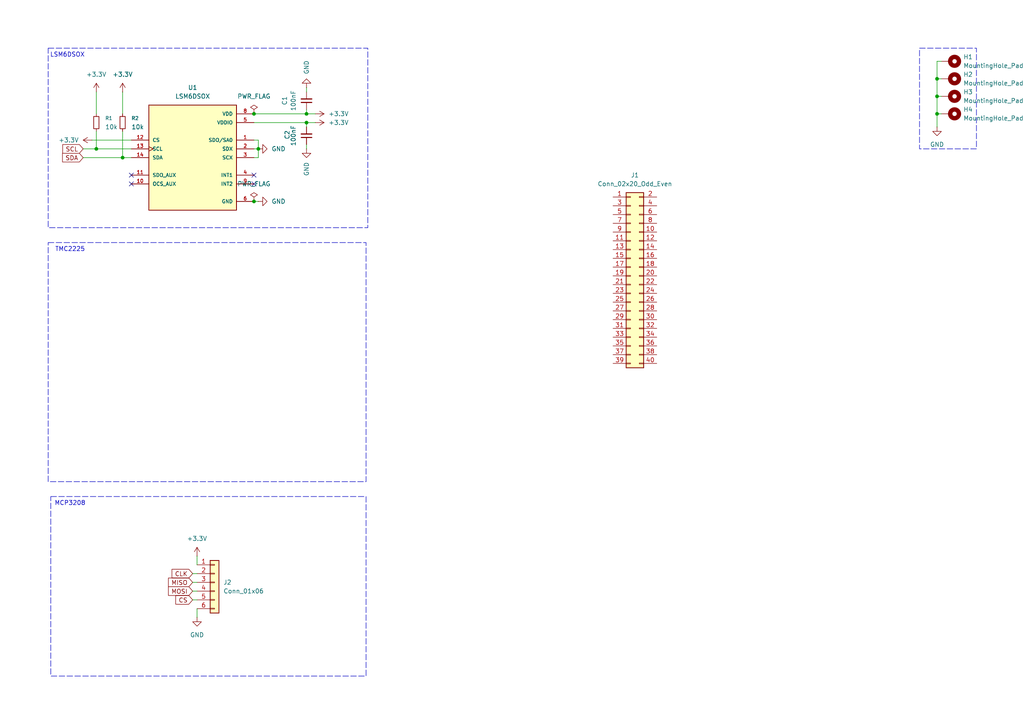
<source format=kicad_sch>
(kicad_sch
	(version 20250114)
	(generator "eeschema")
	(generator_version "9.0")
	(uuid "24de8fe1-e100-4ba7-a651-a885f217db34")
	(paper "A4")
	(lib_symbols
		(symbol "Connector_Generic:Conn_01x06"
			(pin_names
				(offset 1.016)
				(hide yes)
			)
			(exclude_from_sim no)
			(in_bom yes)
			(on_board yes)
			(property "Reference" "J"
				(at 0 7.62 0)
				(effects
					(font
						(size 1.27 1.27)
					)
				)
			)
			(property "Value" "Conn_01x06"
				(at 0 -10.16 0)
				(effects
					(font
						(size 1.27 1.27)
					)
				)
			)
			(property "Footprint" ""
				(at 0 0 0)
				(effects
					(font
						(size 1.27 1.27)
					)
					(hide yes)
				)
			)
			(property "Datasheet" "~"
				(at 0 0 0)
				(effects
					(font
						(size 1.27 1.27)
					)
					(hide yes)
				)
			)
			(property "Description" "Generic connector, single row, 01x06, script generated (kicad-library-utils/schlib/autogen/connector/)"
				(at 0 0 0)
				(effects
					(font
						(size 1.27 1.27)
					)
					(hide yes)
				)
			)
			(property "ki_keywords" "connector"
				(at 0 0 0)
				(effects
					(font
						(size 1.27 1.27)
					)
					(hide yes)
				)
			)
			(property "ki_fp_filters" "Connector*:*_1x??_*"
				(at 0 0 0)
				(effects
					(font
						(size 1.27 1.27)
					)
					(hide yes)
				)
			)
			(symbol "Conn_01x06_1_1"
				(rectangle
					(start -1.27 6.35)
					(end 1.27 -8.89)
					(stroke
						(width 0.254)
						(type default)
					)
					(fill
						(type background)
					)
				)
				(rectangle
					(start -1.27 5.207)
					(end 0 4.953)
					(stroke
						(width 0.1524)
						(type default)
					)
					(fill
						(type none)
					)
				)
				(rectangle
					(start -1.27 2.667)
					(end 0 2.413)
					(stroke
						(width 0.1524)
						(type default)
					)
					(fill
						(type none)
					)
				)
				(rectangle
					(start -1.27 0.127)
					(end 0 -0.127)
					(stroke
						(width 0.1524)
						(type default)
					)
					(fill
						(type none)
					)
				)
				(rectangle
					(start -1.27 -2.413)
					(end 0 -2.667)
					(stroke
						(width 0.1524)
						(type default)
					)
					(fill
						(type none)
					)
				)
				(rectangle
					(start -1.27 -4.953)
					(end 0 -5.207)
					(stroke
						(width 0.1524)
						(type default)
					)
					(fill
						(type none)
					)
				)
				(rectangle
					(start -1.27 -7.493)
					(end 0 -7.747)
					(stroke
						(width 0.1524)
						(type default)
					)
					(fill
						(type none)
					)
				)
				(pin passive line
					(at -5.08 5.08 0)
					(length 3.81)
					(name "Pin_1"
						(effects
							(font
								(size 1.27 1.27)
							)
						)
					)
					(number "1"
						(effects
							(font
								(size 1.27 1.27)
							)
						)
					)
				)
				(pin passive line
					(at -5.08 2.54 0)
					(length 3.81)
					(name "Pin_2"
						(effects
							(font
								(size 1.27 1.27)
							)
						)
					)
					(number "2"
						(effects
							(font
								(size 1.27 1.27)
							)
						)
					)
				)
				(pin passive line
					(at -5.08 0 0)
					(length 3.81)
					(name "Pin_3"
						(effects
							(font
								(size 1.27 1.27)
							)
						)
					)
					(number "3"
						(effects
							(font
								(size 1.27 1.27)
							)
						)
					)
				)
				(pin passive line
					(at -5.08 -2.54 0)
					(length 3.81)
					(name "Pin_4"
						(effects
							(font
								(size 1.27 1.27)
							)
						)
					)
					(number "4"
						(effects
							(font
								(size 1.27 1.27)
							)
						)
					)
				)
				(pin passive line
					(at -5.08 -5.08 0)
					(length 3.81)
					(name "Pin_5"
						(effects
							(font
								(size 1.27 1.27)
							)
						)
					)
					(number "5"
						(effects
							(font
								(size 1.27 1.27)
							)
						)
					)
				)
				(pin passive line
					(at -5.08 -7.62 0)
					(length 3.81)
					(name "Pin_6"
						(effects
							(font
								(size 1.27 1.27)
							)
						)
					)
					(number "6"
						(effects
							(font
								(size 1.27 1.27)
							)
						)
					)
				)
			)
			(embedded_fonts no)
		)
		(symbol "Connector_Generic:Conn_02x20_Odd_Even"
			(pin_names
				(offset 1.016)
				(hide yes)
			)
			(exclude_from_sim no)
			(in_bom yes)
			(on_board yes)
			(property "Reference" "J"
				(at 1.27 25.4 0)
				(effects
					(font
						(size 1.27 1.27)
					)
				)
			)
			(property "Value" "Conn_02x20_Odd_Even"
				(at 1.27 -27.94 0)
				(effects
					(font
						(size 1.27 1.27)
					)
				)
			)
			(property "Footprint" ""
				(at 0 0 0)
				(effects
					(font
						(size 1.27 1.27)
					)
					(hide yes)
				)
			)
			(property "Datasheet" "~"
				(at 0 0 0)
				(effects
					(font
						(size 1.27 1.27)
					)
					(hide yes)
				)
			)
			(property "Description" "Generic connector, double row, 02x20, odd/even pin numbering scheme (row 1 odd numbers, row 2 even numbers), script generated (kicad-library-utils/schlib/autogen/connector/)"
				(at 0 0 0)
				(effects
					(font
						(size 1.27 1.27)
					)
					(hide yes)
				)
			)
			(property "ki_keywords" "connector"
				(at 0 0 0)
				(effects
					(font
						(size 1.27 1.27)
					)
					(hide yes)
				)
			)
			(property "ki_fp_filters" "Connector*:*_2x??_*"
				(at 0 0 0)
				(effects
					(font
						(size 1.27 1.27)
					)
					(hide yes)
				)
			)
			(symbol "Conn_02x20_Odd_Even_1_1"
				(rectangle
					(start -1.27 24.13)
					(end 3.81 -26.67)
					(stroke
						(width 0.254)
						(type default)
					)
					(fill
						(type background)
					)
				)
				(rectangle
					(start -1.27 22.987)
					(end 0 22.733)
					(stroke
						(width 0.1524)
						(type default)
					)
					(fill
						(type none)
					)
				)
				(rectangle
					(start -1.27 20.447)
					(end 0 20.193)
					(stroke
						(width 0.1524)
						(type default)
					)
					(fill
						(type none)
					)
				)
				(rectangle
					(start -1.27 17.907)
					(end 0 17.653)
					(stroke
						(width 0.1524)
						(type default)
					)
					(fill
						(type none)
					)
				)
				(rectangle
					(start -1.27 15.367)
					(end 0 15.113)
					(stroke
						(width 0.1524)
						(type default)
					)
					(fill
						(type none)
					)
				)
				(rectangle
					(start -1.27 12.827)
					(end 0 12.573)
					(stroke
						(width 0.1524)
						(type default)
					)
					(fill
						(type none)
					)
				)
				(rectangle
					(start -1.27 10.287)
					(end 0 10.033)
					(stroke
						(width 0.1524)
						(type default)
					)
					(fill
						(type none)
					)
				)
				(rectangle
					(start -1.27 7.747)
					(end 0 7.493)
					(stroke
						(width 0.1524)
						(type default)
					)
					(fill
						(type none)
					)
				)
				(rectangle
					(start -1.27 5.207)
					(end 0 4.953)
					(stroke
						(width 0.1524)
						(type default)
					)
					(fill
						(type none)
					)
				)
				(rectangle
					(start -1.27 2.667)
					(end 0 2.413)
					(stroke
						(width 0.1524)
						(type default)
					)
					(fill
						(type none)
					)
				)
				(rectangle
					(start -1.27 0.127)
					(end 0 -0.127)
					(stroke
						(width 0.1524)
						(type default)
					)
					(fill
						(type none)
					)
				)
				(rectangle
					(start -1.27 -2.413)
					(end 0 -2.667)
					(stroke
						(width 0.1524)
						(type default)
					)
					(fill
						(type none)
					)
				)
				(rectangle
					(start -1.27 -4.953)
					(end 0 -5.207)
					(stroke
						(width 0.1524)
						(type default)
					)
					(fill
						(type none)
					)
				)
				(rectangle
					(start -1.27 -7.493)
					(end 0 -7.747)
					(stroke
						(width 0.1524)
						(type default)
					)
					(fill
						(type none)
					)
				)
				(rectangle
					(start -1.27 -10.033)
					(end 0 -10.287)
					(stroke
						(width 0.1524)
						(type default)
					)
					(fill
						(type none)
					)
				)
				(rectangle
					(start -1.27 -12.573)
					(end 0 -12.827)
					(stroke
						(width 0.1524)
						(type default)
					)
					(fill
						(type none)
					)
				)
				(rectangle
					(start -1.27 -15.113)
					(end 0 -15.367)
					(stroke
						(width 0.1524)
						(type default)
					)
					(fill
						(type none)
					)
				)
				(rectangle
					(start -1.27 -17.653)
					(end 0 -17.907)
					(stroke
						(width 0.1524)
						(type default)
					)
					(fill
						(type none)
					)
				)
				(rectangle
					(start -1.27 -20.193)
					(end 0 -20.447)
					(stroke
						(width 0.1524)
						(type default)
					)
					(fill
						(type none)
					)
				)
				(rectangle
					(start -1.27 -22.733)
					(end 0 -22.987)
					(stroke
						(width 0.1524)
						(type default)
					)
					(fill
						(type none)
					)
				)
				(rectangle
					(start -1.27 -25.273)
					(end 0 -25.527)
					(stroke
						(width 0.1524)
						(type default)
					)
					(fill
						(type none)
					)
				)
				(rectangle
					(start 3.81 22.987)
					(end 2.54 22.733)
					(stroke
						(width 0.1524)
						(type default)
					)
					(fill
						(type none)
					)
				)
				(rectangle
					(start 3.81 20.447)
					(end 2.54 20.193)
					(stroke
						(width 0.1524)
						(type default)
					)
					(fill
						(type none)
					)
				)
				(rectangle
					(start 3.81 17.907)
					(end 2.54 17.653)
					(stroke
						(width 0.1524)
						(type default)
					)
					(fill
						(type none)
					)
				)
				(rectangle
					(start 3.81 15.367)
					(end 2.54 15.113)
					(stroke
						(width 0.1524)
						(type default)
					)
					(fill
						(type none)
					)
				)
				(rectangle
					(start 3.81 12.827)
					(end 2.54 12.573)
					(stroke
						(width 0.1524)
						(type default)
					)
					(fill
						(type none)
					)
				)
				(rectangle
					(start 3.81 10.287)
					(end 2.54 10.033)
					(stroke
						(width 0.1524)
						(type default)
					)
					(fill
						(type none)
					)
				)
				(rectangle
					(start 3.81 7.747)
					(end 2.54 7.493)
					(stroke
						(width 0.1524)
						(type default)
					)
					(fill
						(type none)
					)
				)
				(rectangle
					(start 3.81 5.207)
					(end 2.54 4.953)
					(stroke
						(width 0.1524)
						(type default)
					)
					(fill
						(type none)
					)
				)
				(rectangle
					(start 3.81 2.667)
					(end 2.54 2.413)
					(stroke
						(width 0.1524)
						(type default)
					)
					(fill
						(type none)
					)
				)
				(rectangle
					(start 3.81 0.127)
					(end 2.54 -0.127)
					(stroke
						(width 0.1524)
						(type default)
					)
					(fill
						(type none)
					)
				)
				(rectangle
					(start 3.81 -2.413)
					(end 2.54 -2.667)
					(stroke
						(width 0.1524)
						(type default)
					)
					(fill
						(type none)
					)
				)
				(rectangle
					(start 3.81 -4.953)
					(end 2.54 -5.207)
					(stroke
						(width 0.1524)
						(type default)
					)
					(fill
						(type none)
					)
				)
				(rectangle
					(start 3.81 -7.493)
					(end 2.54 -7.747)
					(stroke
						(width 0.1524)
						(type default)
					)
					(fill
						(type none)
					)
				)
				(rectangle
					(start 3.81 -10.033)
					(end 2.54 -10.287)
					(stroke
						(width 0.1524)
						(type default)
					)
					(fill
						(type none)
					)
				)
				(rectangle
					(start 3.81 -12.573)
					(end 2.54 -12.827)
					(stroke
						(width 0.1524)
						(type default)
					)
					(fill
						(type none)
					)
				)
				(rectangle
					(start 3.81 -15.113)
					(end 2.54 -15.367)
					(stroke
						(width 0.1524)
						(type default)
					)
					(fill
						(type none)
					)
				)
				(rectangle
					(start 3.81 -17.653)
					(end 2.54 -17.907)
					(stroke
						(width 0.1524)
						(type default)
					)
					(fill
						(type none)
					)
				)
				(rectangle
					(start 3.81 -20.193)
					(end 2.54 -20.447)
					(stroke
						(width 0.1524)
						(type default)
					)
					(fill
						(type none)
					)
				)
				(rectangle
					(start 3.81 -22.733)
					(end 2.54 -22.987)
					(stroke
						(width 0.1524)
						(type default)
					)
					(fill
						(type none)
					)
				)
				(rectangle
					(start 3.81 -25.273)
					(end 2.54 -25.527)
					(stroke
						(width 0.1524)
						(type default)
					)
					(fill
						(type none)
					)
				)
				(pin passive line
					(at -5.08 22.86 0)
					(length 3.81)
					(name "Pin_1"
						(effects
							(font
								(size 1.27 1.27)
							)
						)
					)
					(number "1"
						(effects
							(font
								(size 1.27 1.27)
							)
						)
					)
				)
				(pin passive line
					(at -5.08 20.32 0)
					(length 3.81)
					(name "Pin_3"
						(effects
							(font
								(size 1.27 1.27)
							)
						)
					)
					(number "3"
						(effects
							(font
								(size 1.27 1.27)
							)
						)
					)
				)
				(pin passive line
					(at -5.08 17.78 0)
					(length 3.81)
					(name "Pin_5"
						(effects
							(font
								(size 1.27 1.27)
							)
						)
					)
					(number "5"
						(effects
							(font
								(size 1.27 1.27)
							)
						)
					)
				)
				(pin passive line
					(at -5.08 15.24 0)
					(length 3.81)
					(name "Pin_7"
						(effects
							(font
								(size 1.27 1.27)
							)
						)
					)
					(number "7"
						(effects
							(font
								(size 1.27 1.27)
							)
						)
					)
				)
				(pin passive line
					(at -5.08 12.7 0)
					(length 3.81)
					(name "Pin_9"
						(effects
							(font
								(size 1.27 1.27)
							)
						)
					)
					(number "9"
						(effects
							(font
								(size 1.27 1.27)
							)
						)
					)
				)
				(pin passive line
					(at -5.08 10.16 0)
					(length 3.81)
					(name "Pin_11"
						(effects
							(font
								(size 1.27 1.27)
							)
						)
					)
					(number "11"
						(effects
							(font
								(size 1.27 1.27)
							)
						)
					)
				)
				(pin passive line
					(at -5.08 7.62 0)
					(length 3.81)
					(name "Pin_13"
						(effects
							(font
								(size 1.27 1.27)
							)
						)
					)
					(number "13"
						(effects
							(font
								(size 1.27 1.27)
							)
						)
					)
				)
				(pin passive line
					(at -5.08 5.08 0)
					(length 3.81)
					(name "Pin_15"
						(effects
							(font
								(size 1.27 1.27)
							)
						)
					)
					(number "15"
						(effects
							(font
								(size 1.27 1.27)
							)
						)
					)
				)
				(pin passive line
					(at -5.08 2.54 0)
					(length 3.81)
					(name "Pin_17"
						(effects
							(font
								(size 1.27 1.27)
							)
						)
					)
					(number "17"
						(effects
							(font
								(size 1.27 1.27)
							)
						)
					)
				)
				(pin passive line
					(at -5.08 0 0)
					(length 3.81)
					(name "Pin_19"
						(effects
							(font
								(size 1.27 1.27)
							)
						)
					)
					(number "19"
						(effects
							(font
								(size 1.27 1.27)
							)
						)
					)
				)
				(pin passive line
					(at -5.08 -2.54 0)
					(length 3.81)
					(name "Pin_21"
						(effects
							(font
								(size 1.27 1.27)
							)
						)
					)
					(number "21"
						(effects
							(font
								(size 1.27 1.27)
							)
						)
					)
				)
				(pin passive line
					(at -5.08 -5.08 0)
					(length 3.81)
					(name "Pin_23"
						(effects
							(font
								(size 1.27 1.27)
							)
						)
					)
					(number "23"
						(effects
							(font
								(size 1.27 1.27)
							)
						)
					)
				)
				(pin passive line
					(at -5.08 -7.62 0)
					(length 3.81)
					(name "Pin_25"
						(effects
							(font
								(size 1.27 1.27)
							)
						)
					)
					(number "25"
						(effects
							(font
								(size 1.27 1.27)
							)
						)
					)
				)
				(pin passive line
					(at -5.08 -10.16 0)
					(length 3.81)
					(name "Pin_27"
						(effects
							(font
								(size 1.27 1.27)
							)
						)
					)
					(number "27"
						(effects
							(font
								(size 1.27 1.27)
							)
						)
					)
				)
				(pin passive line
					(at -5.08 -12.7 0)
					(length 3.81)
					(name "Pin_29"
						(effects
							(font
								(size 1.27 1.27)
							)
						)
					)
					(number "29"
						(effects
							(font
								(size 1.27 1.27)
							)
						)
					)
				)
				(pin passive line
					(at -5.08 -15.24 0)
					(length 3.81)
					(name "Pin_31"
						(effects
							(font
								(size 1.27 1.27)
							)
						)
					)
					(number "31"
						(effects
							(font
								(size 1.27 1.27)
							)
						)
					)
				)
				(pin passive line
					(at -5.08 -17.78 0)
					(length 3.81)
					(name "Pin_33"
						(effects
							(font
								(size 1.27 1.27)
							)
						)
					)
					(number "33"
						(effects
							(font
								(size 1.27 1.27)
							)
						)
					)
				)
				(pin passive line
					(at -5.08 -20.32 0)
					(length 3.81)
					(name "Pin_35"
						(effects
							(font
								(size 1.27 1.27)
							)
						)
					)
					(number "35"
						(effects
							(font
								(size 1.27 1.27)
							)
						)
					)
				)
				(pin passive line
					(at -5.08 -22.86 0)
					(length 3.81)
					(name "Pin_37"
						(effects
							(font
								(size 1.27 1.27)
							)
						)
					)
					(number "37"
						(effects
							(font
								(size 1.27 1.27)
							)
						)
					)
				)
				(pin passive line
					(at -5.08 -25.4 0)
					(length 3.81)
					(name "Pin_39"
						(effects
							(font
								(size 1.27 1.27)
							)
						)
					)
					(number "39"
						(effects
							(font
								(size 1.27 1.27)
							)
						)
					)
				)
				(pin passive line
					(at 7.62 22.86 180)
					(length 3.81)
					(name "Pin_2"
						(effects
							(font
								(size 1.27 1.27)
							)
						)
					)
					(number "2"
						(effects
							(font
								(size 1.27 1.27)
							)
						)
					)
				)
				(pin passive line
					(at 7.62 20.32 180)
					(length 3.81)
					(name "Pin_4"
						(effects
							(font
								(size 1.27 1.27)
							)
						)
					)
					(number "4"
						(effects
							(font
								(size 1.27 1.27)
							)
						)
					)
				)
				(pin passive line
					(at 7.62 17.78 180)
					(length 3.81)
					(name "Pin_6"
						(effects
							(font
								(size 1.27 1.27)
							)
						)
					)
					(number "6"
						(effects
							(font
								(size 1.27 1.27)
							)
						)
					)
				)
				(pin passive line
					(at 7.62 15.24 180)
					(length 3.81)
					(name "Pin_8"
						(effects
							(font
								(size 1.27 1.27)
							)
						)
					)
					(number "8"
						(effects
							(font
								(size 1.27 1.27)
							)
						)
					)
				)
				(pin passive line
					(at 7.62 12.7 180)
					(length 3.81)
					(name "Pin_10"
						(effects
							(font
								(size 1.27 1.27)
							)
						)
					)
					(number "10"
						(effects
							(font
								(size 1.27 1.27)
							)
						)
					)
				)
				(pin passive line
					(at 7.62 10.16 180)
					(length 3.81)
					(name "Pin_12"
						(effects
							(font
								(size 1.27 1.27)
							)
						)
					)
					(number "12"
						(effects
							(font
								(size 1.27 1.27)
							)
						)
					)
				)
				(pin passive line
					(at 7.62 7.62 180)
					(length 3.81)
					(name "Pin_14"
						(effects
							(font
								(size 1.27 1.27)
							)
						)
					)
					(number "14"
						(effects
							(font
								(size 1.27 1.27)
							)
						)
					)
				)
				(pin passive line
					(at 7.62 5.08 180)
					(length 3.81)
					(name "Pin_16"
						(effects
							(font
								(size 1.27 1.27)
							)
						)
					)
					(number "16"
						(effects
							(font
								(size 1.27 1.27)
							)
						)
					)
				)
				(pin passive line
					(at 7.62 2.54 180)
					(length 3.81)
					(name "Pin_18"
						(effects
							(font
								(size 1.27 1.27)
							)
						)
					)
					(number "18"
						(effects
							(font
								(size 1.27 1.27)
							)
						)
					)
				)
				(pin passive line
					(at 7.62 0 180)
					(length 3.81)
					(name "Pin_20"
						(effects
							(font
								(size 1.27 1.27)
							)
						)
					)
					(number "20"
						(effects
							(font
								(size 1.27 1.27)
							)
						)
					)
				)
				(pin passive line
					(at 7.62 -2.54 180)
					(length 3.81)
					(name "Pin_22"
						(effects
							(font
								(size 1.27 1.27)
							)
						)
					)
					(number "22"
						(effects
							(font
								(size 1.27 1.27)
							)
						)
					)
				)
				(pin passive line
					(at 7.62 -5.08 180)
					(length 3.81)
					(name "Pin_24"
						(effects
							(font
								(size 1.27 1.27)
							)
						)
					)
					(number "24"
						(effects
							(font
								(size 1.27 1.27)
							)
						)
					)
				)
				(pin passive line
					(at 7.62 -7.62 180)
					(length 3.81)
					(name "Pin_26"
						(effects
							(font
								(size 1.27 1.27)
							)
						)
					)
					(number "26"
						(effects
							(font
								(size 1.27 1.27)
							)
						)
					)
				)
				(pin passive line
					(at 7.62 -10.16 180)
					(length 3.81)
					(name "Pin_28"
						(effects
							(font
								(size 1.27 1.27)
							)
						)
					)
					(number "28"
						(effects
							(font
								(size 1.27 1.27)
							)
						)
					)
				)
				(pin passive line
					(at 7.62 -12.7 180)
					(length 3.81)
					(name "Pin_30"
						(effects
							(font
								(size 1.27 1.27)
							)
						)
					)
					(number "30"
						(effects
							(font
								(size 1.27 1.27)
							)
						)
					)
				)
				(pin passive line
					(at 7.62 -15.24 180)
					(length 3.81)
					(name "Pin_32"
						(effects
							(font
								(size 1.27 1.27)
							)
						)
					)
					(number "32"
						(effects
							(font
								(size 1.27 1.27)
							)
						)
					)
				)
				(pin passive line
					(at 7.62 -17.78 180)
					(length 3.81)
					(name "Pin_34"
						(effects
							(font
								(size 1.27 1.27)
							)
						)
					)
					(number "34"
						(effects
							(font
								(size 1.27 1.27)
							)
						)
					)
				)
				(pin passive line
					(at 7.62 -20.32 180)
					(length 3.81)
					(name "Pin_36"
						(effects
							(font
								(size 1.27 1.27)
							)
						)
					)
					(number "36"
						(effects
							(font
								(size 1.27 1.27)
							)
						)
					)
				)
				(pin passive line
					(at 7.62 -22.86 180)
					(length 3.81)
					(name "Pin_38"
						(effects
							(font
								(size 1.27 1.27)
							)
						)
					)
					(number "38"
						(effects
							(font
								(size 1.27 1.27)
							)
						)
					)
				)
				(pin passive line
					(at 7.62 -25.4 180)
					(length 3.81)
					(name "Pin_40"
						(effects
							(font
								(size 1.27 1.27)
							)
						)
					)
					(number "40"
						(effects
							(font
								(size 1.27 1.27)
							)
						)
					)
				)
			)
			(embedded_fonts no)
		)
		(symbol "Device:C_Small"
			(pin_numbers
				(hide yes)
			)
			(pin_names
				(offset 0.254)
				(hide yes)
			)
			(exclude_from_sim no)
			(in_bom yes)
			(on_board yes)
			(property "Reference" "C"
				(at 0.254 1.778 0)
				(effects
					(font
						(size 1.27 1.27)
					)
					(justify left)
				)
			)
			(property "Value" "C_Small"
				(at 0.254 -2.032 0)
				(effects
					(font
						(size 1.27 1.27)
					)
					(justify left)
				)
			)
			(property "Footprint" ""
				(at 0 0 0)
				(effects
					(font
						(size 1.27 1.27)
					)
					(hide yes)
				)
			)
			(property "Datasheet" "~"
				(at 0 0 0)
				(effects
					(font
						(size 1.27 1.27)
					)
					(hide yes)
				)
			)
			(property "Description" "Unpolarized capacitor, small symbol"
				(at 0 0 0)
				(effects
					(font
						(size 1.27 1.27)
					)
					(hide yes)
				)
			)
			(property "ki_keywords" "capacitor cap"
				(at 0 0 0)
				(effects
					(font
						(size 1.27 1.27)
					)
					(hide yes)
				)
			)
			(property "ki_fp_filters" "C_*"
				(at 0 0 0)
				(effects
					(font
						(size 1.27 1.27)
					)
					(hide yes)
				)
			)
			(symbol "C_Small_0_1"
				(polyline
					(pts
						(xy -1.524 0.508) (xy 1.524 0.508)
					)
					(stroke
						(width 0.3048)
						(type default)
					)
					(fill
						(type none)
					)
				)
				(polyline
					(pts
						(xy -1.524 -0.508) (xy 1.524 -0.508)
					)
					(stroke
						(width 0.3302)
						(type default)
					)
					(fill
						(type none)
					)
				)
			)
			(symbol "C_Small_1_1"
				(pin passive line
					(at 0 2.54 270)
					(length 2.032)
					(name "~"
						(effects
							(font
								(size 1.27 1.27)
							)
						)
					)
					(number "1"
						(effects
							(font
								(size 1.27 1.27)
							)
						)
					)
				)
				(pin passive line
					(at 0 -2.54 90)
					(length 2.032)
					(name "~"
						(effects
							(font
								(size 1.27 1.27)
							)
						)
					)
					(number "2"
						(effects
							(font
								(size 1.27 1.27)
							)
						)
					)
				)
			)
			(embedded_fonts no)
		)
		(symbol "Device:R_Small"
			(pin_numbers
				(hide yes)
			)
			(pin_names
				(offset 0.254)
				(hide yes)
			)
			(exclude_from_sim no)
			(in_bom yes)
			(on_board yes)
			(property "Reference" "R"
				(at 0 0 90)
				(effects
					(font
						(size 1.016 1.016)
					)
				)
			)
			(property "Value" "R_Small"
				(at 1.778 0 90)
				(effects
					(font
						(size 1.27 1.27)
					)
				)
			)
			(property "Footprint" ""
				(at 0 0 0)
				(effects
					(font
						(size 1.27 1.27)
					)
					(hide yes)
				)
			)
			(property "Datasheet" "~"
				(at 0 0 0)
				(effects
					(font
						(size 1.27 1.27)
					)
					(hide yes)
				)
			)
			(property "Description" "Resistor, small symbol"
				(at 0 0 0)
				(effects
					(font
						(size 1.27 1.27)
					)
					(hide yes)
				)
			)
			(property "ki_keywords" "R resistor"
				(at 0 0 0)
				(effects
					(font
						(size 1.27 1.27)
					)
					(hide yes)
				)
			)
			(property "ki_fp_filters" "R_*"
				(at 0 0 0)
				(effects
					(font
						(size 1.27 1.27)
					)
					(hide yes)
				)
			)
			(symbol "R_Small_0_1"
				(rectangle
					(start -0.762 1.778)
					(end 0.762 -1.778)
					(stroke
						(width 0.2032)
						(type default)
					)
					(fill
						(type none)
					)
				)
			)
			(symbol "R_Small_1_1"
				(pin passive line
					(at 0 2.54 270)
					(length 0.762)
					(name "~"
						(effects
							(font
								(size 1.27 1.27)
							)
						)
					)
					(number "1"
						(effects
							(font
								(size 1.27 1.27)
							)
						)
					)
				)
				(pin passive line
					(at 0 -2.54 90)
					(length 0.762)
					(name "~"
						(effects
							(font
								(size 1.27 1.27)
							)
						)
					)
					(number "2"
						(effects
							(font
								(size 1.27 1.27)
							)
						)
					)
				)
			)
			(embedded_fonts no)
		)
		(symbol "LSM6DSOX:LSM6DSOX"
			(pin_names
				(offset 1.016)
			)
			(exclude_from_sim no)
			(in_bom yes)
			(on_board yes)
			(property "Reference" "U"
				(at -12.7 16.002 0)
				(effects
					(font
						(size 1.27 1.27)
					)
					(justify left bottom)
				)
			)
			(property "Value" "LSM6DSOX"
				(at -12.7 -17.78 0)
				(effects
					(font
						(size 1.27 1.27)
					)
					(justify left bottom)
				)
			)
			(property "Footprint" "LSM6DSOX:PQFN50P250X300X86-14N"
				(at 0 0 0)
				(effects
					(font
						(size 1.27 1.27)
					)
					(justify bottom)
					(hide yes)
				)
			)
			(property "Datasheet" ""
				(at 0 0 0)
				(effects
					(font
						(size 1.27 1.27)
					)
					(hide yes)
				)
			)
			(property "Description" ""
				(at 0 0 0)
				(effects
					(font
						(size 1.27 1.27)
					)
					(hide yes)
				)
			)
			(property "MF" "STMicroelectronics"
				(at 0 0 0)
				(effects
					(font
						(size 1.27 1.27)
					)
					(justify bottom)
					(hide yes)
				)
			)
			(property "Description_1" "3D Accelerometer and 3D Gyroscope Sensor Digital Output 1.8V 14-Pin LGA T/R"
				(at 0 0 0)
				(effects
					(font
						(size 1.27 1.27)
					)
					(justify bottom)
					(hide yes)
				)
			)
			(property "Package" "VFLGA-14 STMicroelectronics"
				(at 0 0 0)
				(effects
					(font
						(size 1.27 1.27)
					)
					(justify bottom)
					(hide yes)
				)
			)
			(property "Price" "None"
				(at 0 0 0)
				(effects
					(font
						(size 1.27 1.27)
					)
					(justify bottom)
					(hide yes)
				)
			)
			(property "Check_prices" "https://www.snapeda.com/parts/LSM6DSOX/STMicroelectronics/view-part/?ref=eda"
				(at 0 0 0)
				(effects
					(font
						(size 1.27 1.27)
					)
					(justify bottom)
					(hide yes)
				)
			)
			(property "STANDARD" "IPC7351B"
				(at 0 0 0)
				(effects
					(font
						(size 1.27 1.27)
					)
					(justify bottom)
					(hide yes)
				)
			)
			(property "PARTREV" "3.0"
				(at 0 0 0)
				(effects
					(font
						(size 1.27 1.27)
					)
					(justify bottom)
					(hide yes)
				)
			)
			(property "SnapEDA_Link" "https://www.snapeda.com/parts/LSM6DSOX/STMicroelectronics/view-part/?ref=snap"
				(at 0 0 0)
				(effects
					(font
						(size 1.27 1.27)
					)
					(justify bottom)
					(hide yes)
				)
			)
			(property "MP" "LSM6DSOX"
				(at 0 0 0)
				(effects
					(font
						(size 1.27 1.27)
					)
					(justify bottom)
					(hide yes)
				)
			)
			(property "Availability" "In Stock"
				(at 0 0 0)
				(effects
					(font
						(size 1.27 1.27)
					)
					(justify bottom)
					(hide yes)
				)
			)
			(property "MANUFACTURER" "ST Microelectronics"
				(at 0 0 0)
				(effects
					(font
						(size 1.27 1.27)
					)
					(justify bottom)
					(hide yes)
				)
			)
			(symbol "LSM6DSOX_0_0"
				(rectangle
					(start -12.7 -15.24)
					(end 12.7 15.24)
					(stroke
						(width 0.254)
						(type default)
					)
					(fill
						(type background)
					)
				)
				(pin input line
					(at -17.78 5.08 0)
					(length 5.08)
					(name "CS"
						(effects
							(font
								(size 1.016 1.016)
							)
						)
					)
					(number "12"
						(effects
							(font
								(size 1.016 1.016)
							)
						)
					)
				)
				(pin input clock
					(at -17.78 2.54 0)
					(length 5.08)
					(name "SCL"
						(effects
							(font
								(size 1.016 1.016)
							)
						)
					)
					(number "13"
						(effects
							(font
								(size 1.016 1.016)
							)
						)
					)
				)
				(pin bidirectional line
					(at -17.78 0 0)
					(length 5.08)
					(name "SDA"
						(effects
							(font
								(size 1.016 1.016)
							)
						)
					)
					(number "14"
						(effects
							(font
								(size 1.016 1.016)
							)
						)
					)
				)
				(pin bidirectional line
					(at -17.78 -5.08 0)
					(length 5.08)
					(name "SDO_AUX"
						(effects
							(font
								(size 1.016 1.016)
							)
						)
					)
					(number "11"
						(effects
							(font
								(size 1.016 1.016)
							)
						)
					)
				)
				(pin bidirectional line
					(at -17.78 -7.62 0)
					(length 5.08)
					(name "OCS_AUX"
						(effects
							(font
								(size 1.016 1.016)
							)
						)
					)
					(number "10"
						(effects
							(font
								(size 1.016 1.016)
							)
						)
					)
				)
				(pin power_in line
					(at 17.78 12.7 180)
					(length 5.08)
					(name "VDD"
						(effects
							(font
								(size 1.016 1.016)
							)
						)
					)
					(number "8"
						(effects
							(font
								(size 1.016 1.016)
							)
						)
					)
				)
				(pin power_in line
					(at 17.78 10.16 180)
					(length 5.08)
					(name "VDDIO"
						(effects
							(font
								(size 1.016 1.016)
							)
						)
					)
					(number "5"
						(effects
							(font
								(size 1.016 1.016)
							)
						)
					)
				)
				(pin bidirectional line
					(at 17.78 5.08 180)
					(length 5.08)
					(name "SDO/SA0"
						(effects
							(font
								(size 1.016 1.016)
							)
						)
					)
					(number "1"
						(effects
							(font
								(size 1.016 1.016)
							)
						)
					)
				)
				(pin bidirectional line
					(at 17.78 2.54 180)
					(length 5.08)
					(name "SDX"
						(effects
							(font
								(size 1.016 1.016)
							)
						)
					)
					(number "2"
						(effects
							(font
								(size 1.016 1.016)
							)
						)
					)
				)
				(pin bidirectional line
					(at 17.78 0 180)
					(length 5.08)
					(name "SCX"
						(effects
							(font
								(size 1.016 1.016)
							)
						)
					)
					(number "3"
						(effects
							(font
								(size 1.016 1.016)
							)
						)
					)
				)
				(pin output line
					(at 17.78 -5.08 180)
					(length 5.08)
					(name "INT1"
						(effects
							(font
								(size 1.016 1.016)
							)
						)
					)
					(number "4"
						(effects
							(font
								(size 1.016 1.016)
							)
						)
					)
				)
				(pin output line
					(at 17.78 -7.62 180)
					(length 5.08)
					(name "INT2"
						(effects
							(font
								(size 1.016 1.016)
							)
						)
					)
					(number "9"
						(effects
							(font
								(size 1.016 1.016)
							)
						)
					)
				)
				(pin power_in line
					(at 17.78 -12.7 180)
					(length 5.08)
					(name "GND"
						(effects
							(font
								(size 1.016 1.016)
							)
						)
					)
					(number "6"
						(effects
							(font
								(size 1.016 1.016)
							)
						)
					)
				)
				(pin power_in line
					(at 17.78 -12.7 180)
					(length 5.08)
					(hide yes)
					(name "GND"
						(effects
							(font
								(size 1.016 1.016)
							)
						)
					)
					(number "7"
						(effects
							(font
								(size 1.016 1.016)
							)
						)
					)
				)
			)
			(embedded_fonts no)
		)
		(symbol "Mechanical:MountingHole_Pad"
			(pin_numbers
				(hide yes)
			)
			(pin_names
				(offset 1.016)
				(hide yes)
			)
			(exclude_from_sim no)
			(in_bom no)
			(on_board yes)
			(property "Reference" "H"
				(at 0 6.35 0)
				(effects
					(font
						(size 1.27 1.27)
					)
				)
			)
			(property "Value" "MountingHole_Pad"
				(at 0 4.445 0)
				(effects
					(font
						(size 1.27 1.27)
					)
				)
			)
			(property "Footprint" ""
				(at 0 0 0)
				(effects
					(font
						(size 1.27 1.27)
					)
					(hide yes)
				)
			)
			(property "Datasheet" "~"
				(at 0 0 0)
				(effects
					(font
						(size 1.27 1.27)
					)
					(hide yes)
				)
			)
			(property "Description" "Mounting Hole with connection"
				(at 0 0 0)
				(effects
					(font
						(size 1.27 1.27)
					)
					(hide yes)
				)
			)
			(property "ki_keywords" "mounting hole"
				(at 0 0 0)
				(effects
					(font
						(size 1.27 1.27)
					)
					(hide yes)
				)
			)
			(property "ki_fp_filters" "MountingHole*Pad*"
				(at 0 0 0)
				(effects
					(font
						(size 1.27 1.27)
					)
					(hide yes)
				)
			)
			(symbol "MountingHole_Pad_0_1"
				(circle
					(center 0 1.27)
					(radius 1.27)
					(stroke
						(width 1.27)
						(type default)
					)
					(fill
						(type none)
					)
				)
			)
			(symbol "MountingHole_Pad_1_1"
				(pin input line
					(at 0 -2.54 90)
					(length 2.54)
					(name "1"
						(effects
							(font
								(size 1.27 1.27)
							)
						)
					)
					(number "1"
						(effects
							(font
								(size 1.27 1.27)
							)
						)
					)
				)
			)
			(embedded_fonts no)
		)
		(symbol "power:+3.3V"
			(power)
			(pin_numbers
				(hide yes)
			)
			(pin_names
				(offset 0)
				(hide yes)
			)
			(exclude_from_sim no)
			(in_bom yes)
			(on_board yes)
			(property "Reference" "#PWR"
				(at 0 -3.81 0)
				(effects
					(font
						(size 1.27 1.27)
					)
					(hide yes)
				)
			)
			(property "Value" "+3.3V"
				(at 0 3.556 0)
				(effects
					(font
						(size 1.27 1.27)
					)
				)
			)
			(property "Footprint" ""
				(at 0 0 0)
				(effects
					(font
						(size 1.27 1.27)
					)
					(hide yes)
				)
			)
			(property "Datasheet" ""
				(at 0 0 0)
				(effects
					(font
						(size 1.27 1.27)
					)
					(hide yes)
				)
			)
			(property "Description" "Power symbol creates a global label with name \"+3.3V\""
				(at 0 0 0)
				(effects
					(font
						(size 1.27 1.27)
					)
					(hide yes)
				)
			)
			(property "ki_keywords" "global power"
				(at 0 0 0)
				(effects
					(font
						(size 1.27 1.27)
					)
					(hide yes)
				)
			)
			(symbol "+3.3V_0_1"
				(polyline
					(pts
						(xy -0.762 1.27) (xy 0 2.54)
					)
					(stroke
						(width 0)
						(type default)
					)
					(fill
						(type none)
					)
				)
				(polyline
					(pts
						(xy 0 2.54) (xy 0.762 1.27)
					)
					(stroke
						(width 0)
						(type default)
					)
					(fill
						(type none)
					)
				)
				(polyline
					(pts
						(xy 0 0) (xy 0 2.54)
					)
					(stroke
						(width 0)
						(type default)
					)
					(fill
						(type none)
					)
				)
			)
			(symbol "+3.3V_1_1"
				(pin power_in line
					(at 0 0 90)
					(length 0)
					(name "~"
						(effects
							(font
								(size 1.27 1.27)
							)
						)
					)
					(number "1"
						(effects
							(font
								(size 1.27 1.27)
							)
						)
					)
				)
			)
			(embedded_fonts no)
		)
		(symbol "power:GND"
			(power)
			(pin_numbers
				(hide yes)
			)
			(pin_names
				(offset 0)
				(hide yes)
			)
			(exclude_from_sim no)
			(in_bom yes)
			(on_board yes)
			(property "Reference" "#PWR"
				(at 0 -6.35 0)
				(effects
					(font
						(size 1.27 1.27)
					)
					(hide yes)
				)
			)
			(property "Value" "GND"
				(at 0 -3.81 0)
				(effects
					(font
						(size 1.27 1.27)
					)
				)
			)
			(property "Footprint" ""
				(at 0 0 0)
				(effects
					(font
						(size 1.27 1.27)
					)
					(hide yes)
				)
			)
			(property "Datasheet" ""
				(at 0 0 0)
				(effects
					(font
						(size 1.27 1.27)
					)
					(hide yes)
				)
			)
			(property "Description" "Power symbol creates a global label with name \"GND\" , ground"
				(at 0 0 0)
				(effects
					(font
						(size 1.27 1.27)
					)
					(hide yes)
				)
			)
			(property "ki_keywords" "global power"
				(at 0 0 0)
				(effects
					(font
						(size 1.27 1.27)
					)
					(hide yes)
				)
			)
			(symbol "GND_0_1"
				(polyline
					(pts
						(xy 0 0) (xy 0 -1.27) (xy 1.27 -1.27) (xy 0 -2.54) (xy -1.27 -1.27) (xy 0 -1.27)
					)
					(stroke
						(width 0)
						(type default)
					)
					(fill
						(type none)
					)
				)
			)
			(symbol "GND_1_1"
				(pin power_in line
					(at 0 0 270)
					(length 0)
					(name "~"
						(effects
							(font
								(size 1.27 1.27)
							)
						)
					)
					(number "1"
						(effects
							(font
								(size 1.27 1.27)
							)
						)
					)
				)
			)
			(embedded_fonts no)
		)
		(symbol "power:PWR_FLAG"
			(power)
			(pin_numbers
				(hide yes)
			)
			(pin_names
				(offset 0)
				(hide yes)
			)
			(exclude_from_sim no)
			(in_bom yes)
			(on_board yes)
			(property "Reference" "#FLG"
				(at 0 1.905 0)
				(effects
					(font
						(size 1.27 1.27)
					)
					(hide yes)
				)
			)
			(property "Value" "PWR_FLAG"
				(at 0 3.81 0)
				(effects
					(font
						(size 1.27 1.27)
					)
				)
			)
			(property "Footprint" ""
				(at 0 0 0)
				(effects
					(font
						(size 1.27 1.27)
					)
					(hide yes)
				)
			)
			(property "Datasheet" "~"
				(at 0 0 0)
				(effects
					(font
						(size 1.27 1.27)
					)
					(hide yes)
				)
			)
			(property "Description" "Special symbol for telling ERC where power comes from"
				(at 0 0 0)
				(effects
					(font
						(size 1.27 1.27)
					)
					(hide yes)
				)
			)
			(property "ki_keywords" "flag power"
				(at 0 0 0)
				(effects
					(font
						(size 1.27 1.27)
					)
					(hide yes)
				)
			)
			(symbol "PWR_FLAG_0_0"
				(pin power_out line
					(at 0 0 90)
					(length 0)
					(name "~"
						(effects
							(font
								(size 1.27 1.27)
							)
						)
					)
					(number "1"
						(effects
							(font
								(size 1.27 1.27)
							)
						)
					)
				)
			)
			(symbol "PWR_FLAG_0_1"
				(polyline
					(pts
						(xy 0 0) (xy 0 1.27) (xy -1.016 1.905) (xy 0 2.54) (xy 1.016 1.905) (xy 0 1.27)
					)
					(stroke
						(width 0)
						(type default)
					)
					(fill
						(type none)
					)
				)
			)
			(embedded_fonts no)
		)
	)
	(rectangle
		(start 266.7 13.97)
		(end 283.21 43.18)
		(stroke
			(width 0)
			(type dash)
		)
		(fill
			(type none)
		)
		(uuid 30de5d5b-8cce-4988-97b7-f0d2de2281d5)
	)
	(rectangle
		(start 14.732 144.018)
		(end 106.172 196.088)
		(stroke
			(width 0)
			(type dash)
		)
		(fill
			(type none)
		)
		(uuid 4d66b199-fb5b-48d1-acea-cde58ea694fc)
	)
	(rectangle
		(start 13.97 70.358)
		(end 106.172 139.7)
		(stroke
			(width 0)
			(type dash)
		)
		(fill
			(type none)
		)
		(uuid 6a47760d-58e8-4255-8f99-d40a44be5eb5)
	)
	(rectangle
		(start 13.97 13.97)
		(end 106.68 66.04)
		(stroke
			(width 0)
			(type dash)
		)
		(fill
			(type none)
		)
		(uuid fe1807f8-452b-4890-a7ba-91e13986902f)
	)
	(text "MCP3208"
		(exclude_from_sim no)
		(at 20.32 146.05 0)
		(effects
			(font
				(size 1.27 1.27)
			)
		)
		(uuid "5802c451-3578-45f9-9c55-7e51da8fa776")
	)
	(text "LSM6DSOX"
		(exclude_from_sim no)
		(at 19.558 16.002 0)
		(effects
			(font
				(size 1.27 1.27)
			)
		)
		(uuid "7a45bf8a-8805-44c0-9aa5-a3e903c36eb6")
	)
	(text "TMC2225"
		(exclude_from_sim no)
		(at 20.32 72.39 0)
		(effects
			(font
				(size 1.27 1.27)
			)
		)
		(uuid "e564062a-4abd-4ff4-86a9-cbfbda869a0b")
	)
	(junction
		(at 27.94 43.18)
		(diameter 0)
		(color 0 0 0 0)
		(uuid "0f01e5ca-8da2-4694-b49f-d218e60023dd")
	)
	(junction
		(at 74.93 43.18)
		(diameter 0)
		(color 0 0 0 0)
		(uuid "76163a78-26d9-4368-a5ae-a4b1d9eb3843")
	)
	(junction
		(at 88.9 35.56)
		(diameter 0)
		(color 0 0 0 0)
		(uuid "ac8626d7-ca52-45a6-97d2-26aecf8ba283")
	)
	(junction
		(at 271.78 33.02)
		(diameter 0)
		(color 0 0 0 0)
		(uuid "ae542741-9c76-4340-8a9a-44496586e7c2")
	)
	(junction
		(at 35.56 45.72)
		(diameter 0)
		(color 0 0 0 0)
		(uuid "c920277a-d617-4f61-9631-863f2816c0cd")
	)
	(junction
		(at 88.9 33.02)
		(diameter 0)
		(color 0 0 0 0)
		(uuid "db407c90-4cb4-4657-a39a-a3cfb00c71be")
	)
	(junction
		(at 73.66 33.02)
		(diameter 0)
		(color 0 0 0 0)
		(uuid "de08d8a2-7ac1-4e90-b20c-2dce82d9fead")
	)
	(junction
		(at 73.66 58.42)
		(diameter 0)
		(color 0 0 0 0)
		(uuid "e5a7cc29-4494-4672-b7dd-0d58368e7f2d")
	)
	(junction
		(at 271.78 27.94)
		(diameter 0)
		(color 0 0 0 0)
		(uuid "e5ff67b9-cc9e-4fb5-bdf2-f1c360b36894")
	)
	(junction
		(at 271.78 22.86)
		(diameter 0)
		(color 0 0 0 0)
		(uuid "f8da5276-7903-4879-bcd2-de2d7302d5fe")
	)
	(no_connect
		(at 73.66 53.34)
		(uuid "256060ae-dc28-49f2-b09b-aba9b7e6daa5")
	)
	(no_connect
		(at 73.66 50.8)
		(uuid "39a0f2ac-1dcd-469b-af30-68fa8e58c6b8")
	)
	(no_connect
		(at 38.1 53.34)
		(uuid "407e67c2-751c-4871-95f5-d2a089d495c9")
	)
	(no_connect
		(at 38.1 50.8)
		(uuid "d2a830b8-d668-4ef9-9a2e-fb8d3810f8c5")
	)
	(wire
		(pts
			(xy 35.56 26.67) (xy 35.56 33.02)
		)
		(stroke
			(width 0)
			(type default)
		)
		(uuid "021a5e4d-71ab-4003-9273-f06b2016b810")
	)
	(wire
		(pts
			(xy 24.13 45.72) (xy 35.56 45.72)
		)
		(stroke
			(width 0)
			(type default)
		)
		(uuid "037ad6a6-3643-4282-a95a-3bb1c7f58139")
	)
	(wire
		(pts
			(xy 74.93 40.64) (xy 74.93 43.18)
		)
		(stroke
			(width 0)
			(type default)
		)
		(uuid "0512b7b5-ece2-4b8c-8c98-c63d570efe59")
	)
	(wire
		(pts
			(xy 271.78 17.78) (xy 273.05 17.78)
		)
		(stroke
			(width 0)
			(type default)
		)
		(uuid "09e09399-31c8-4224-be69-de4da6e98cc1")
	)
	(wire
		(pts
			(xy 271.78 27.94) (xy 271.78 33.02)
		)
		(stroke
			(width 0)
			(type default)
		)
		(uuid "0fef10a9-7cb4-4d56-ad33-ccd398c1113a")
	)
	(wire
		(pts
			(xy 27.94 26.67) (xy 27.94 33.02)
		)
		(stroke
			(width 0)
			(type default)
		)
		(uuid "2914ccc0-e397-455b-bdab-470c373a8c6e")
	)
	(wire
		(pts
			(xy 73.66 58.42) (xy 74.93 58.42)
		)
		(stroke
			(width 0)
			(type default)
		)
		(uuid "33ff9d9d-3e68-4b90-9a15-cea0e11a9ddf")
	)
	(wire
		(pts
			(xy 35.56 38.1) (xy 35.56 45.72)
		)
		(stroke
			(width 0)
			(type default)
		)
		(uuid "35705e7d-d228-4e21-8551-dfe1733cad93")
	)
	(wire
		(pts
			(xy 55.88 168.91) (xy 57.15 168.91)
		)
		(stroke
			(width 0)
			(type default)
		)
		(uuid "3cd06594-e33a-4f5d-bb9a-6e40a43b531f")
	)
	(wire
		(pts
			(xy 88.9 35.56) (xy 91.44 35.56)
		)
		(stroke
			(width 0)
			(type default)
		)
		(uuid "48dc7b6f-39a0-46f7-829b-06ec07584259")
	)
	(wire
		(pts
			(xy 88.9 26.67) (xy 88.9 25.4)
		)
		(stroke
			(width 0)
			(type default)
		)
		(uuid "4a7807cf-154d-496b-9bfe-ff32e77d74ba")
	)
	(wire
		(pts
			(xy 55.88 171.45) (xy 57.15 171.45)
		)
		(stroke
			(width 0)
			(type default)
		)
		(uuid "4dc062d9-00fb-4a95-9d47-66726d00f920")
	)
	(wire
		(pts
			(xy 271.78 22.86) (xy 273.05 22.86)
		)
		(stroke
			(width 0)
			(type default)
		)
		(uuid "4f62b05e-a3cc-462b-874d-4aeddebd0a0b")
	)
	(wire
		(pts
			(xy 27.94 43.18) (xy 38.1 43.18)
		)
		(stroke
			(width 0)
			(type default)
		)
		(uuid "5823bc95-e0e1-4ed7-ab34-322096a67ade")
	)
	(wire
		(pts
			(xy 24.13 43.18) (xy 27.94 43.18)
		)
		(stroke
			(width 0)
			(type default)
		)
		(uuid "63109557-f7f5-4031-bee0-9ec0828f720b")
	)
	(wire
		(pts
			(xy 88.9 33.02) (xy 91.44 33.02)
		)
		(stroke
			(width 0)
			(type default)
		)
		(uuid "6c46e913-9cb2-4758-8de6-96a892cc73b1")
	)
	(wire
		(pts
			(xy 271.78 22.86) (xy 271.78 27.94)
		)
		(stroke
			(width 0)
			(type default)
		)
		(uuid "70abd6b7-84c9-40bf-a298-b30039b675be")
	)
	(wire
		(pts
			(xy 271.78 33.02) (xy 273.05 33.02)
		)
		(stroke
			(width 0)
			(type default)
		)
		(uuid "77792043-5114-417f-a9bd-f4a4672b02df")
	)
	(wire
		(pts
			(xy 55.88 166.37) (xy 57.15 166.37)
		)
		(stroke
			(width 0)
			(type default)
		)
		(uuid "8d4f4435-afc0-4cc0-b331-0d6edfcf9b1c")
	)
	(wire
		(pts
			(xy 271.78 17.78) (xy 271.78 22.86)
		)
		(stroke
			(width 0)
			(type default)
		)
		(uuid "9f9d6a3d-83c8-411b-a9f4-9ff59857b42c")
	)
	(wire
		(pts
			(xy 88.9 31.75) (xy 88.9 33.02)
		)
		(stroke
			(width 0)
			(type default)
		)
		(uuid "aede92aa-91f4-4c96-a224-ef446bfd34af")
	)
	(wire
		(pts
			(xy 73.66 35.56) (xy 88.9 35.56)
		)
		(stroke
			(width 0)
			(type default)
		)
		(uuid "af9aecc9-a55c-420f-9236-5c1fb39c2876")
	)
	(wire
		(pts
			(xy 88.9 36.83) (xy 88.9 35.56)
		)
		(stroke
			(width 0)
			(type default)
		)
		(uuid "bc8de0da-3d88-4923-91e9-1cafb18110b5")
	)
	(wire
		(pts
			(xy 73.66 43.18) (xy 74.93 43.18)
		)
		(stroke
			(width 0)
			(type default)
		)
		(uuid "c3ac051c-baec-47b5-a038-1b9cd83bddbc")
	)
	(wire
		(pts
			(xy 73.66 45.72) (xy 74.93 45.72)
		)
		(stroke
			(width 0)
			(type default)
		)
		(uuid "c9ffdf30-cc66-4772-ba78-cc7957e6a6b8")
	)
	(wire
		(pts
			(xy 57.15 161.29) (xy 57.15 163.83)
		)
		(stroke
			(width 0)
			(type default)
		)
		(uuid "cca12b23-1676-43ce-bd6d-18d8956dd7fb")
	)
	(wire
		(pts
			(xy 271.78 33.02) (xy 271.78 36.83)
		)
		(stroke
			(width 0)
			(type default)
		)
		(uuid "cfed1141-61c3-4850-9337-6b4e731a884d")
	)
	(wire
		(pts
			(xy 271.78 27.94) (xy 273.05 27.94)
		)
		(stroke
			(width 0)
			(type default)
		)
		(uuid "d7f7f10b-6a0e-4937-8353-dedeecd90ed0")
	)
	(wire
		(pts
			(xy 57.15 176.53) (xy 57.15 179.07)
		)
		(stroke
			(width 0)
			(type default)
		)
		(uuid "dee768f5-a7b8-4ff1-bd1a-77a459527581")
	)
	(wire
		(pts
			(xy 73.66 33.02) (xy 88.9 33.02)
		)
		(stroke
			(width 0)
			(type default)
		)
		(uuid "e15ea7ee-72d1-4f8d-b040-96a6355aa947")
	)
	(wire
		(pts
			(xy 88.9 41.91) (xy 88.9 43.18)
		)
		(stroke
			(width 0)
			(type default)
		)
		(uuid "ec820823-8fb2-4376-b7b9-84852ec20572")
	)
	(wire
		(pts
			(xy 73.66 40.64) (xy 74.93 40.64)
		)
		(stroke
			(width 0)
			(type default)
		)
		(uuid "ee9671cc-89fc-41ec-95cf-3c7a19fbc052")
	)
	(wire
		(pts
			(xy 74.93 43.18) (xy 74.93 45.72)
		)
		(stroke
			(width 0)
			(type default)
		)
		(uuid "f6f6db7f-eb95-4f1c-b9ce-bad050f76ef4")
	)
	(wire
		(pts
			(xy 35.56 45.72) (xy 38.1 45.72)
		)
		(stroke
			(width 0)
			(type default)
		)
		(uuid "f81cafde-d9bf-4478-97cf-ea3fe3fb00e2")
	)
	(wire
		(pts
			(xy 27.94 38.1) (xy 27.94 43.18)
		)
		(stroke
			(width 0)
			(type default)
		)
		(uuid "fbd3abda-90a3-40e3-99e3-a3228f0a1729")
	)
	(wire
		(pts
			(xy 26.67 40.64) (xy 38.1 40.64)
		)
		(stroke
			(width 0)
			(type default)
		)
		(uuid "fbfd31b9-7f17-485c-9063-e175efde623c")
	)
	(wire
		(pts
			(xy 55.88 173.99) (xy 57.15 173.99)
		)
		(stroke
			(width 0)
			(type default)
		)
		(uuid "fc4a1222-58ed-4326-b120-e1157a32b3d9")
	)
	(global_label "SDA"
		(shape input)
		(at 24.13 45.72 180)
		(fields_autoplaced yes)
		(effects
			(font
				(size 1.27 1.27)
			)
			(justify right)
		)
		(uuid "09705842-efc9-4d3e-890d-cf8f5a2e7053")
		(property "Intersheetrefs" "${INTERSHEET_REFS}"
			(at 17.5767 45.72 0)
			(effects
				(font
					(size 1.27 1.27)
				)
				(justify right)
				(hide yes)
			)
		)
	)
	(global_label "SCL"
		(shape input)
		(at 24.13 43.18 180)
		(fields_autoplaced yes)
		(effects
			(font
				(size 1.27 1.27)
			)
			(justify right)
		)
		(uuid "3431d7c9-1c50-4b6f-bc05-bad43d0015cb")
		(property "Intersheetrefs" "${INTERSHEET_REFS}"
			(at 17.6372 43.18 0)
			(effects
				(font
					(size 1.27 1.27)
				)
				(justify right)
				(hide yes)
			)
		)
	)
	(global_label "CLK"
		(shape input)
		(at 55.88 166.37 180)
		(fields_autoplaced yes)
		(effects
			(font
				(size 1.27 1.27)
			)
			(justify right)
		)
		(uuid "66b612bd-9943-4707-8847-a12758b77e02")
		(property "Intersheetrefs" "${INTERSHEET_REFS}"
			(at 49.3267 166.37 0)
			(effects
				(font
					(size 1.27 1.27)
				)
				(justify right)
				(hide yes)
			)
		)
	)
	(global_label "CS"
		(shape input)
		(at 55.88 173.99 180)
		(fields_autoplaced yes)
		(effects
			(font
				(size 1.27 1.27)
			)
			(justify right)
		)
		(uuid "7edab17b-386c-4002-97ef-fdea6f17e5f0")
		(property "Intersheetrefs" "${INTERSHEET_REFS}"
			(at 50.4153 173.99 0)
			(effects
				(font
					(size 1.27 1.27)
				)
				(justify right)
				(hide yes)
			)
		)
	)
	(global_label "MISO"
		(shape input)
		(at 55.88 168.91 180)
		(fields_autoplaced yes)
		(effects
			(font
				(size 1.27 1.27)
			)
			(justify right)
		)
		(uuid "c2a1f88d-8a3a-42e8-b12a-dd11fe765c74")
		(property "Intersheetrefs" "${INTERSHEET_REFS}"
			(at 48.2986 168.91 0)
			(effects
				(font
					(size 1.27 1.27)
				)
				(justify right)
				(hide yes)
			)
		)
	)
	(global_label "MOSI"
		(shape input)
		(at 55.88 171.45 180)
		(fields_autoplaced yes)
		(effects
			(font
				(size 1.27 1.27)
			)
			(justify right)
		)
		(uuid "f6392bb3-4acd-48c5-a382-876641a843d9")
		(property "Intersheetrefs" "${INTERSHEET_REFS}"
			(at 48.2986 171.45 0)
			(effects
				(font
					(size 1.27 1.27)
				)
				(justify right)
				(hide yes)
			)
		)
	)
	(symbol
		(lib_id "power:GND")
		(at 88.9 25.4 180)
		(unit 1)
		(exclude_from_sim no)
		(in_bom yes)
		(on_board yes)
		(dnp no)
		(fields_autoplaced yes)
		(uuid "14eec0a8-88a3-419a-b94e-b0e295b536d0")
		(property "Reference" "#PWR02"
			(at 88.9 19.05 0)
			(effects
				(font
					(size 1.27 1.27)
				)
				(hide yes)
			)
		)
		(property "Value" "GND"
			(at 88.8999 21.59 90)
			(effects
				(font
					(size 1.27 1.27)
				)
				(justify right)
			)
		)
		(property "Footprint" ""
			(at 88.9 25.4 0)
			(effects
				(font
					(size 1.27 1.27)
				)
				(hide yes)
			)
		)
		(property "Datasheet" ""
			(at 88.9 25.4 0)
			(effects
				(font
					(size 1.27 1.27)
				)
				(hide yes)
			)
		)
		(property "Description" "Power symbol creates a global label with name \"GND\" , ground"
			(at 88.9 25.4 0)
			(effects
				(font
					(size 1.27 1.27)
				)
				(hide yes)
			)
		)
		(pin "1"
			(uuid "043014eb-b326-44ae-b0de-ff911810db87")
		)
		(instances
			(project "Projet 6 KiCad"
				(path "/24de8fe1-e100-4ba7-a651-a885f217db34"
					(reference "#PWR02")
					(unit 1)
				)
			)
		)
	)
	(symbol
		(lib_id "Mechanical:MountingHole_Pad")
		(at 275.59 17.78 270)
		(unit 1)
		(exclude_from_sim no)
		(in_bom no)
		(on_board yes)
		(dnp no)
		(fields_autoplaced yes)
		(uuid "219a5005-053a-4d47-9eab-98cfc201ced4")
		(property "Reference" "H1"
			(at 279.4 16.5099 90)
			(effects
				(font
					(size 1.27 1.27)
				)
				(justify left)
			)
		)
		(property "Value" "MountingHole_Pad"
			(at 279.4 19.0499 90)
			(effects
				(font
					(size 1.27 1.27)
				)
				(justify left)
			)
		)
		(property "Footprint" ""
			(at 275.59 17.78 0)
			(effects
				(font
					(size 1.27 1.27)
				)
				(hide yes)
			)
		)
		(property "Datasheet" "~"
			(at 275.59 17.78 0)
			(effects
				(font
					(size 1.27 1.27)
				)
				(hide yes)
			)
		)
		(property "Description" "Mounting Hole with connection"
			(at 275.59 17.78 0)
			(effects
				(font
					(size 1.27 1.27)
				)
				(hide yes)
			)
		)
		(pin "1"
			(uuid "7086d2fa-487a-4f61-b23b-8f1a010b0008")
		)
		(instances
			(project ""
				(path "/24de8fe1-e100-4ba7-a651-a885f217db34"
					(reference "H1")
					(unit 1)
				)
			)
		)
	)
	(symbol
		(lib_id "Mechanical:MountingHole_Pad")
		(at 275.59 27.94 270)
		(unit 1)
		(exclude_from_sim no)
		(in_bom no)
		(on_board yes)
		(dnp no)
		(fields_autoplaced yes)
		(uuid "55c0e309-3c9d-4058-8a86-68b9bf7c3128")
		(property "Reference" "H3"
			(at 279.4 26.6699 90)
			(effects
				(font
					(size 1.27 1.27)
				)
				(justify left)
			)
		)
		(property "Value" "MountingHole_Pad"
			(at 279.4 29.2099 90)
			(effects
				(font
					(size 1.27 1.27)
				)
				(justify left)
			)
		)
		(property "Footprint" ""
			(at 275.59 27.94 0)
			(effects
				(font
					(size 1.27 1.27)
				)
				(hide yes)
			)
		)
		(property "Datasheet" "~"
			(at 275.59 27.94 0)
			(effects
				(font
					(size 1.27 1.27)
				)
				(hide yes)
			)
		)
		(property "Description" "Mounting Hole with connection"
			(at 275.59 27.94 0)
			(effects
				(font
					(size 1.27 1.27)
				)
				(hide yes)
			)
		)
		(pin "1"
			(uuid "f16c4587-77e6-4781-98e7-d03c0b4f3eb9")
		)
		(instances
			(project "Projet 6 KiCad"
				(path "/24de8fe1-e100-4ba7-a651-a885f217db34"
					(reference "H3")
					(unit 1)
				)
			)
		)
	)
	(symbol
		(lib_id "Device:C_Small")
		(at 88.9 39.37 180)
		(unit 1)
		(exclude_from_sim no)
		(in_bom yes)
		(on_board yes)
		(dnp no)
		(uuid "5963cd08-e039-4b90-969c-ddbfbdc39026")
		(property "Reference" "C2"
			(at 83.312 39.116 90)
			(effects
				(font
					(size 1.27 1.27)
				)
			)
		)
		(property "Value" "100nF"
			(at 85.09 39.3637 90)
			(effects
				(font
					(size 1.27 1.27)
				)
			)
		)
		(property "Footprint" ""
			(at 88.9 39.37 0)
			(effects
				(font
					(size 1.27 1.27)
				)
				(hide yes)
			)
		)
		(property "Datasheet" "~"
			(at 88.9 39.37 0)
			(effects
				(font
					(size 1.27 1.27)
				)
				(hide yes)
			)
		)
		(property "Description" "Unpolarized capacitor, small symbol"
			(at 88.9 39.37 0)
			(effects
				(font
					(size 1.27 1.27)
				)
				(hide yes)
			)
		)
		(pin "1"
			(uuid "73c24f20-4ace-4ee0-90d4-148994e65e6c")
		)
		(pin "2"
			(uuid "86604e95-8c41-4ff2-8d5a-1d0bb67b16ad")
		)
		(instances
			(project ""
				(path "/24de8fe1-e100-4ba7-a651-a885f217db34"
					(reference "C2")
					(unit 1)
				)
			)
		)
	)
	(symbol
		(lib_id "Connector_Generic:Conn_01x06")
		(at 62.23 168.91 0)
		(unit 1)
		(exclude_from_sim no)
		(in_bom yes)
		(on_board yes)
		(dnp no)
		(fields_autoplaced yes)
		(uuid "5e063d2e-c8df-4d02-aab1-7c7c40cabb1e")
		(property "Reference" "J2"
			(at 64.77 168.9099 0)
			(effects
				(font
					(size 1.27 1.27)
				)
				(justify left)
			)
		)
		(property "Value" "Conn_01x06"
			(at 64.77 171.4499 0)
			(effects
				(font
					(size 1.27 1.27)
				)
				(justify left)
			)
		)
		(property "Footprint" ""
			(at 62.23 168.91 0)
			(effects
				(font
					(size 1.27 1.27)
				)
				(hide yes)
			)
		)
		(property "Datasheet" "~"
			(at 62.23 168.91 0)
			(effects
				(font
					(size 1.27 1.27)
				)
				(hide yes)
			)
		)
		(property "Description" "Generic connector, single row, 01x06, script generated (kicad-library-utils/schlib/autogen/connector/)"
			(at 62.23 168.91 0)
			(effects
				(font
					(size 1.27 1.27)
				)
				(hide yes)
			)
		)
		(pin "1"
			(uuid "8c23e1f3-4867-4a08-aa6f-3e1a4a6f8971")
		)
		(pin "2"
			(uuid "881b26f5-75e5-4a90-99e1-d4290ca4e811")
		)
		(pin "5"
			(uuid "841f18da-c1f0-4821-8451-830b345c1bc7")
		)
		(pin "6"
			(uuid "f0c3c484-6d25-4565-9cdf-520a406999c2")
		)
		(pin "4"
			(uuid "a730842c-2d94-433c-8313-43a8bb9837ed")
		)
		(pin "3"
			(uuid "86f8305e-8a64-4830-afdc-eb95d52030fb")
		)
		(instances
			(project ""
				(path "/24de8fe1-e100-4ba7-a651-a885f217db34"
					(reference "J2")
					(unit 1)
				)
			)
		)
	)
	(symbol
		(lib_id "Mechanical:MountingHole_Pad")
		(at 275.59 22.86 270)
		(unit 1)
		(exclude_from_sim no)
		(in_bom no)
		(on_board yes)
		(dnp no)
		(fields_autoplaced yes)
		(uuid "64e600b3-1bb2-4e01-9759-c8ae35b6804f")
		(property "Reference" "H2"
			(at 279.4 21.5899 90)
			(effects
				(font
					(size 1.27 1.27)
				)
				(justify left)
			)
		)
		(property "Value" "MountingHole_Pad"
			(at 279.4 24.1299 90)
			(effects
				(font
					(size 1.27 1.27)
				)
				(justify left)
			)
		)
		(property "Footprint" ""
			(at 275.59 22.86 0)
			(effects
				(font
					(size 1.27 1.27)
				)
				(hide yes)
			)
		)
		(property "Datasheet" "~"
			(at 275.59 22.86 0)
			(effects
				(font
					(size 1.27 1.27)
				)
				(hide yes)
			)
		)
		(property "Description" "Mounting Hole with connection"
			(at 275.59 22.86 0)
			(effects
				(font
					(size 1.27 1.27)
				)
				(hide yes)
			)
		)
		(pin "1"
			(uuid "90f65c39-fdf6-4ba8-8e36-bdd99d9bb0ca")
		)
		(instances
			(project "Projet 6 KiCad"
				(path "/24de8fe1-e100-4ba7-a651-a885f217db34"
					(reference "H2")
					(unit 1)
				)
			)
		)
	)
	(symbol
		(lib_id "power:GND")
		(at 271.78 36.83 0)
		(unit 1)
		(exclude_from_sim no)
		(in_bom yes)
		(on_board yes)
		(dnp no)
		(fields_autoplaced yes)
		(uuid "6898d412-76f0-405f-9552-196d71479ded")
		(property "Reference" "#PWR08"
			(at 271.78 43.18 0)
			(effects
				(font
					(size 1.27 1.27)
				)
				(hide yes)
			)
		)
		(property "Value" "GND"
			(at 271.78 41.91 0)
			(effects
				(font
					(size 1.27 1.27)
				)
			)
		)
		(property "Footprint" ""
			(at 271.78 36.83 0)
			(effects
				(font
					(size 1.27 1.27)
				)
				(hide yes)
			)
		)
		(property "Datasheet" ""
			(at 271.78 36.83 0)
			(effects
				(font
					(size 1.27 1.27)
				)
				(hide yes)
			)
		)
		(property "Description" "Power symbol creates a global label with name \"GND\" , ground"
			(at 271.78 36.83 0)
			(effects
				(font
					(size 1.27 1.27)
				)
				(hide yes)
			)
		)
		(pin "1"
			(uuid "f6c91c89-0027-4d2c-848f-5c0a0d6a1c30")
		)
		(instances
			(project ""
				(path "/24de8fe1-e100-4ba7-a651-a885f217db34"
					(reference "#PWR08")
					(unit 1)
				)
			)
		)
	)
	(symbol
		(lib_id "power:+3.3V")
		(at 91.44 33.02 270)
		(unit 1)
		(exclude_from_sim no)
		(in_bom yes)
		(on_board yes)
		(dnp no)
		(fields_autoplaced yes)
		(uuid "6ef8c33f-1128-45b0-a5bf-4471d19f1df1")
		(property "Reference" "#PWR013"
			(at 87.63 33.02 0)
			(effects
				(font
					(size 1.27 1.27)
				)
				(hide yes)
			)
		)
		(property "Value" "+3.3V"
			(at 95.25 33.0199 90)
			(effects
				(font
					(size 1.27 1.27)
				)
				(justify left)
			)
		)
		(property "Footprint" ""
			(at 91.44 33.02 0)
			(effects
				(font
					(size 1.27 1.27)
				)
				(hide yes)
			)
		)
		(property "Datasheet" ""
			(at 91.44 33.02 0)
			(effects
				(font
					(size 1.27 1.27)
				)
				(hide yes)
			)
		)
		(property "Description" "Power symbol creates a global label with name \"+3.3V\""
			(at 91.44 33.02 0)
			(effects
				(font
					(size 1.27 1.27)
				)
				(hide yes)
			)
		)
		(pin "1"
			(uuid "dd70c376-72cf-40cf-80cb-d107ad4b6227")
		)
		(instances
			(project "Projet 6 KiCad"
				(path "/24de8fe1-e100-4ba7-a651-a885f217db34"
					(reference "#PWR013")
					(unit 1)
				)
			)
		)
	)
	(symbol
		(lib_id "power:PWR_FLAG")
		(at 73.66 33.02 0)
		(unit 1)
		(exclude_from_sim no)
		(in_bom yes)
		(on_board yes)
		(dnp no)
		(fields_autoplaced yes)
		(uuid "77591c0f-d53f-4732-8849-2a8a68e13f32")
		(property "Reference" "#FLG01"
			(at 73.66 31.115 0)
			(effects
				(font
					(size 1.27 1.27)
				)
				(hide yes)
			)
		)
		(property "Value" "PWR_FLAG"
			(at 73.66 27.94 0)
			(effects
				(font
					(size 1.27 1.27)
				)
			)
		)
		(property "Footprint" ""
			(at 73.66 33.02 0)
			(effects
				(font
					(size 1.27 1.27)
				)
				(hide yes)
			)
		)
		(property "Datasheet" "~"
			(at 73.66 33.02 0)
			(effects
				(font
					(size 1.27 1.27)
				)
				(hide yes)
			)
		)
		(property "Description" "Special symbol for telling ERC where power comes from"
			(at 73.66 33.02 0)
			(effects
				(font
					(size 1.27 1.27)
				)
				(hide yes)
			)
		)
		(pin "1"
			(uuid "9b402fcf-3f53-4a98-b582-6607d4b817d3")
		)
		(instances
			(project ""
				(path "/24de8fe1-e100-4ba7-a651-a885f217db34"
					(reference "#FLG01")
					(unit 1)
				)
			)
		)
	)
	(symbol
		(lib_id "Connector_Generic:Conn_02x20_Odd_Even")
		(at 182.88 80.01 0)
		(unit 1)
		(exclude_from_sim no)
		(in_bom yes)
		(on_board yes)
		(dnp no)
		(fields_autoplaced yes)
		(uuid "7860ad76-0084-47c2-a1ec-13f478ebd173")
		(property "Reference" "J1"
			(at 184.15 50.8 0)
			(effects
				(font
					(size 1.27 1.27)
				)
			)
		)
		(property "Value" "Conn_02x20_Odd_Even"
			(at 184.15 53.34 0)
			(effects
				(font
					(size 1.27 1.27)
				)
			)
		)
		(property "Footprint" ""
			(at 182.88 80.01 0)
			(effects
				(font
					(size 1.27 1.27)
				)
				(hide yes)
			)
		)
		(property "Datasheet" "~"
			(at 182.88 80.01 0)
			(effects
				(font
					(size 1.27 1.27)
				)
				(hide yes)
			)
		)
		(property "Description" "Generic connector, double row, 02x20, odd/even pin numbering scheme (row 1 odd numbers, row 2 even numbers), script generated (kicad-library-utils/schlib/autogen/connector/)"
			(at 182.88 80.01 0)
			(effects
				(font
					(size 1.27 1.27)
				)
				(hide yes)
			)
		)
		(pin "27"
			(uuid "7585d15d-a3d9-4e75-a736-65512dd03eaf")
		)
		(pin "31"
			(uuid "f612e91f-f772-4698-b3d6-111744949c71")
		)
		(pin "5"
			(uuid "e3e56fb2-09df-4737-9dd6-91adce0594fb")
		)
		(pin "7"
			(uuid "b9c4ae40-ed0c-46fe-b0db-4fd228c3abb2")
		)
		(pin "19"
			(uuid "4a1c67bb-b3be-42fe-8c83-e09bdcccf583")
		)
		(pin "4"
			(uuid "478b7c6c-5e6b-4987-8511-5ba40b06cb3d")
		)
		(pin "25"
			(uuid "6c112327-098a-47b3-99e9-e7b00de7d6ea")
		)
		(pin "1"
			(uuid "3666577a-736b-4d62-a84e-f18641d46904")
		)
		(pin "3"
			(uuid "f9e2b875-c40c-49b1-93ea-7e256f9a274b")
		)
		(pin "11"
			(uuid "81c23ad0-3ac3-4085-b64c-c360b7cee32b")
		)
		(pin "15"
			(uuid "928c35a2-7303-44c4-bc01-c54aa8d37ca4")
		)
		(pin "9"
			(uuid "dca929e6-1954-4abb-af64-36fcfab25acf")
		)
		(pin "13"
			(uuid "63c2c684-1dd6-4420-a89e-3d6298139cce")
		)
		(pin "17"
			(uuid "f9fcdd57-49cd-47a5-a01e-4c8dfe97158e")
		)
		(pin "21"
			(uuid "b9e56302-448d-4c13-bd9b-1c00f4eec2dc")
		)
		(pin "23"
			(uuid "1f0a1c8c-47db-478e-a0a7-c1de79cddede")
		)
		(pin "29"
			(uuid "2b5be010-e017-4f30-bfe1-cdc5a9c9f92c")
		)
		(pin "33"
			(uuid "1fb42397-009a-470b-9d94-e2daf65607ab")
		)
		(pin "35"
			(uuid "9055f565-9b40-4f24-853a-e1914509eb76")
		)
		(pin "37"
			(uuid "ef791988-fe4c-4f7a-a04c-9f4fe1b8b75e")
		)
		(pin "39"
			(uuid "afb92945-dfa5-4a9e-81b6-a5eaa9904d2e")
		)
		(pin "2"
			(uuid "3ecaba3d-6af5-4689-8fc5-a3727ca93b47")
		)
		(pin "6"
			(uuid "dc12cd2e-317f-4ff5-b888-6ad75046baf2")
		)
		(pin "8"
			(uuid "ab36555d-2a4d-4058-a1ff-45b59673cc27")
		)
		(pin "10"
			(uuid "30348aeb-91a5-48d8-86be-d5e9e387a452")
		)
		(pin "12"
			(uuid "07c18fe2-9106-4ace-a91b-74fed0bc825f")
		)
		(pin "32"
			(uuid "59cdecc3-62e8-4d66-9874-636ef63359de")
		)
		(pin "18"
			(uuid "5c9fa3c8-6a89-468f-a72e-b3c26cc2f904")
		)
		(pin "38"
			(uuid "a96bf6b5-0823-4f66-998f-80e2629a0d76")
		)
		(pin "36"
			(uuid "36d48fb9-1adb-45d9-b8af-fd56e2c5aadf")
		)
		(pin "14"
			(uuid "95e09515-a442-4445-a027-119228d61b20")
		)
		(pin "22"
			(uuid "455de07c-b972-4d73-bae9-7fd4dfa3fa9f")
		)
		(pin "28"
			(uuid "4a05349c-0969-4728-b933-ff8ca790d542")
		)
		(pin "34"
			(uuid "2d1bd5af-b54f-4fcc-b4c6-43cbe91e71a6")
		)
		(pin "24"
			(uuid "92e52664-83d6-4c85-be91-606bcb75570a")
		)
		(pin "40"
			(uuid "b5586fa0-47f6-4883-99da-071d514d3cee")
		)
		(pin "20"
			(uuid "ce4e39ac-94b0-4191-a86e-31452232f66d")
		)
		(pin "26"
			(uuid "89079fa1-3207-4586-8558-b824f5009cce")
		)
		(pin "30"
			(uuid "22458b0a-6a55-4d8a-a4af-cbf90df54fa4")
		)
		(pin "16"
			(uuid "0b34fdf7-0b97-48ce-b191-b2d58a19a1f9")
		)
		(instances
			(project ""
				(path "/24de8fe1-e100-4ba7-a651-a885f217db34"
					(reference "J1")
					(unit 1)
				)
			)
		)
	)
	(symbol
		(lib_id "power:+3.3V")
		(at 91.44 35.56 270)
		(unit 1)
		(exclude_from_sim no)
		(in_bom yes)
		(on_board yes)
		(dnp no)
		(fields_autoplaced yes)
		(uuid "83fae133-35b5-4e81-8562-ba1a93be52c8")
		(property "Reference" "#PWR012"
			(at 87.63 35.56 0)
			(effects
				(font
					(size 1.27 1.27)
				)
				(hide yes)
			)
		)
		(property "Value" "+3.3V"
			(at 95.25 35.5599 90)
			(effects
				(font
					(size 1.27 1.27)
				)
				(justify left)
			)
		)
		(property "Footprint" ""
			(at 91.44 35.56 0)
			(effects
				(font
					(size 1.27 1.27)
				)
				(hide yes)
			)
		)
		(property "Datasheet" ""
			(at 91.44 35.56 0)
			(effects
				(font
					(size 1.27 1.27)
				)
				(hide yes)
			)
		)
		(property "Description" "Power symbol creates a global label with name \"+3.3V\""
			(at 91.44 35.56 0)
			(effects
				(font
					(size 1.27 1.27)
				)
				(hide yes)
			)
		)
		(pin "1"
			(uuid "0a025ec7-00f7-462b-a7fb-67b8cc0728db")
		)
		(instances
			(project "Projet 6 KiCad"
				(path "/24de8fe1-e100-4ba7-a651-a885f217db34"
					(reference "#PWR012")
					(unit 1)
				)
			)
		)
	)
	(symbol
		(lib_id "power:GND")
		(at 74.93 43.18 90)
		(unit 1)
		(exclude_from_sim no)
		(in_bom yes)
		(on_board yes)
		(dnp no)
		(fields_autoplaced yes)
		(uuid "88941581-4089-4957-a847-57f52e1b9ce4")
		(property "Reference" "#PWR04"
			(at 81.28 43.18 0)
			(effects
				(font
					(size 1.27 1.27)
				)
				(hide yes)
			)
		)
		(property "Value" "GND"
			(at 78.74 43.1799 90)
			(effects
				(font
					(size 1.27 1.27)
				)
				(justify right)
			)
		)
		(property "Footprint" ""
			(at 74.93 43.18 0)
			(effects
				(font
					(size 1.27 1.27)
				)
				(hide yes)
			)
		)
		(property "Datasheet" ""
			(at 74.93 43.18 0)
			(effects
				(font
					(size 1.27 1.27)
				)
				(hide yes)
			)
		)
		(property "Description" "Power symbol creates a global label with name \"GND\" , ground"
			(at 74.93 43.18 0)
			(effects
				(font
					(size 1.27 1.27)
				)
				(hide yes)
			)
		)
		(pin "1"
			(uuid "65729ddc-fce7-49d0-8623-b63deae119c0")
		)
		(instances
			(project "Projet 6 KiCad"
				(path "/24de8fe1-e100-4ba7-a651-a885f217db34"
					(reference "#PWR04")
					(unit 1)
				)
			)
		)
	)
	(symbol
		(lib_id "Device:R_Small")
		(at 27.94 35.56 0)
		(unit 1)
		(exclude_from_sim no)
		(in_bom yes)
		(on_board yes)
		(dnp no)
		(fields_autoplaced yes)
		(uuid "966a709e-421a-4fb5-ac4e-7b8b06746bd0")
		(property "Reference" "R1"
			(at 30.48 34.2899 0)
			(effects
				(font
					(size 1.016 1.016)
				)
				(justify left)
			)
		)
		(property "Value" "10k"
			(at 30.48 36.8299 0)
			(effects
				(font
					(size 1.27 1.27)
				)
				(justify left)
			)
		)
		(property "Footprint" ""
			(at 27.94 35.56 0)
			(effects
				(font
					(size 1.27 1.27)
				)
				(hide yes)
			)
		)
		(property "Datasheet" "~"
			(at 27.94 35.56 0)
			(effects
				(font
					(size 1.27 1.27)
				)
				(hide yes)
			)
		)
		(property "Description" "Resistor, small symbol"
			(at 27.94 35.56 0)
			(effects
				(font
					(size 1.27 1.27)
				)
				(hide yes)
			)
		)
		(pin "2"
			(uuid "0c625f39-e0a2-4025-a314-eb5294a3b870")
		)
		(pin "1"
			(uuid "50d4deb0-5a1e-43af-8985-622294038c17")
		)
		(instances
			(project ""
				(path "/24de8fe1-e100-4ba7-a651-a885f217db34"
					(reference "R1")
					(unit 1)
				)
			)
		)
	)
	(symbol
		(lib_id "power:+3.3V")
		(at 27.94 26.67 0)
		(unit 1)
		(exclude_from_sim no)
		(in_bom yes)
		(on_board yes)
		(dnp no)
		(fields_autoplaced yes)
		(uuid "9b7074e8-7726-432f-ac93-393689556c77")
		(property "Reference" "#PWR06"
			(at 27.94 30.48 0)
			(effects
				(font
					(size 1.27 1.27)
				)
				(hide yes)
			)
		)
		(property "Value" "+3.3V"
			(at 27.94 21.59 0)
			(effects
				(font
					(size 1.27 1.27)
				)
			)
		)
		(property "Footprint" ""
			(at 27.94 26.67 0)
			(effects
				(font
					(size 1.27 1.27)
				)
				(hide yes)
			)
		)
		(property "Datasheet" ""
			(at 27.94 26.67 0)
			(effects
				(font
					(size 1.27 1.27)
				)
				(hide yes)
			)
		)
		(property "Description" "Power symbol creates a global label with name \"+3.3V\""
			(at 27.94 26.67 0)
			(effects
				(font
					(size 1.27 1.27)
				)
				(hide yes)
			)
		)
		(pin "1"
			(uuid "1e59109b-081d-47fa-8d0b-a5da2d7ed5c8")
		)
		(instances
			(project "Projet 6 KiCad"
				(path "/24de8fe1-e100-4ba7-a651-a885f217db34"
					(reference "#PWR06")
					(unit 1)
				)
			)
		)
	)
	(symbol
		(lib_id "power:GND")
		(at 74.93 58.42 90)
		(unit 1)
		(exclude_from_sim no)
		(in_bom yes)
		(on_board yes)
		(dnp no)
		(fields_autoplaced yes)
		(uuid "9d4304c5-ea8a-46ff-860b-933dfa2dc0f0")
		(property "Reference" "#PWR03"
			(at 81.28 58.42 0)
			(effects
				(font
					(size 1.27 1.27)
				)
				(hide yes)
			)
		)
		(property "Value" "GND"
			(at 78.74 58.4199 90)
			(effects
				(font
					(size 1.27 1.27)
				)
				(justify right)
			)
		)
		(property "Footprint" ""
			(at 74.93 58.42 0)
			(effects
				(font
					(size 1.27 1.27)
				)
				(hide yes)
			)
		)
		(property "Datasheet" ""
			(at 74.93 58.42 0)
			(effects
				(font
					(size 1.27 1.27)
				)
				(hide yes)
			)
		)
		(property "Description" "Power symbol creates a global label with name \"GND\" , ground"
			(at 74.93 58.42 0)
			(effects
				(font
					(size 1.27 1.27)
				)
				(hide yes)
			)
		)
		(pin "1"
			(uuid "c4c09526-ae48-4c7e-ac95-a11011e2a727")
		)
		(instances
			(project "Projet 6 KiCad"
				(path "/24de8fe1-e100-4ba7-a651-a885f217db34"
					(reference "#PWR03")
					(unit 1)
				)
			)
		)
	)
	(symbol
		(lib_id "power:+3.3V")
		(at 26.67 40.64 90)
		(unit 1)
		(exclude_from_sim no)
		(in_bom yes)
		(on_board yes)
		(dnp no)
		(fields_autoplaced yes)
		(uuid "9f6d642a-f121-404d-bf26-04f25249fd89")
		(property "Reference" "#PWR07"
			(at 30.48 40.64 0)
			(effects
				(font
					(size 1.27 1.27)
				)
				(hide yes)
			)
		)
		(property "Value" "+3.3V"
			(at 22.86 40.6399 90)
			(effects
				(font
					(size 1.27 1.27)
				)
				(justify left)
			)
		)
		(property "Footprint" ""
			(at 26.67 40.64 0)
			(effects
				(font
					(size 1.27 1.27)
				)
				(hide yes)
			)
		)
		(property "Datasheet" ""
			(at 26.67 40.64 0)
			(effects
				(font
					(size 1.27 1.27)
				)
				(hide yes)
			)
		)
		(property "Description" "Power symbol creates a global label with name \"+3.3V\""
			(at 26.67 40.64 0)
			(effects
				(font
					(size 1.27 1.27)
				)
				(hide yes)
			)
		)
		(pin "1"
			(uuid "894c9690-23f9-4308-9780-6bf7f117d64c")
		)
		(instances
			(project "Projet 6 KiCad"
				(path "/24de8fe1-e100-4ba7-a651-a885f217db34"
					(reference "#PWR07")
					(unit 1)
				)
			)
		)
	)
	(symbol
		(lib_id "power:PWR_FLAG")
		(at 73.66 58.42 0)
		(unit 1)
		(exclude_from_sim no)
		(in_bom yes)
		(on_board yes)
		(dnp no)
		(fields_autoplaced yes)
		(uuid "a4408d58-c9bf-43f5-8dd6-156e0d6fb3af")
		(property "Reference" "#FLG02"
			(at 73.66 56.515 0)
			(effects
				(font
					(size 1.27 1.27)
				)
				(hide yes)
			)
		)
		(property "Value" "PWR_FLAG"
			(at 73.66 53.34 0)
			(effects
				(font
					(size 1.27 1.27)
				)
			)
		)
		(property "Footprint" ""
			(at 73.66 58.42 0)
			(effects
				(font
					(size 1.27 1.27)
				)
				(hide yes)
			)
		)
		(property "Datasheet" "~"
			(at 73.66 58.42 0)
			(effects
				(font
					(size 1.27 1.27)
				)
				(hide yes)
			)
		)
		(property "Description" "Special symbol for telling ERC where power comes from"
			(at 73.66 58.42 0)
			(effects
				(font
					(size 1.27 1.27)
				)
				(hide yes)
			)
		)
		(pin "1"
			(uuid "4620bae6-f5ba-456d-be86-b4e0fb919e26")
		)
		(instances
			(project "Projet 6 KiCad"
				(path "/24de8fe1-e100-4ba7-a651-a885f217db34"
					(reference "#FLG02")
					(unit 1)
				)
			)
		)
	)
	(symbol
		(lib_id "power:+3.3V")
		(at 57.15 161.29 0)
		(unit 1)
		(exclude_from_sim no)
		(in_bom yes)
		(on_board yes)
		(dnp no)
		(fields_autoplaced yes)
		(uuid "b1b9fba4-9c3e-46e2-ad84-f5cbde36aaf8")
		(property "Reference" "#PWR010"
			(at 57.15 165.1 0)
			(effects
				(font
					(size 1.27 1.27)
				)
				(hide yes)
			)
		)
		(property "Value" "+3.3V"
			(at 57.15 156.21 0)
			(effects
				(font
					(size 1.27 1.27)
				)
			)
		)
		(property "Footprint" ""
			(at 57.15 161.29 0)
			(effects
				(font
					(size 1.27 1.27)
				)
				(hide yes)
			)
		)
		(property "Datasheet" ""
			(at 57.15 161.29 0)
			(effects
				(font
					(size 1.27 1.27)
				)
				(hide yes)
			)
		)
		(property "Description" "Power symbol creates a global label with name \"+3.3V\""
			(at 57.15 161.29 0)
			(effects
				(font
					(size 1.27 1.27)
				)
				(hide yes)
			)
		)
		(pin "1"
			(uuid "1e3ca8fe-c336-473a-b9ab-4d61770baba4")
		)
		(instances
			(project ""
				(path "/24de8fe1-e100-4ba7-a651-a885f217db34"
					(reference "#PWR010")
					(unit 1)
				)
			)
		)
	)
	(symbol
		(lib_id "power:GND")
		(at 88.9 43.18 0)
		(unit 1)
		(exclude_from_sim no)
		(in_bom yes)
		(on_board yes)
		(dnp no)
		(fields_autoplaced yes)
		(uuid "c47919dd-4443-4ff7-b6ea-ce09f7561bf0")
		(property "Reference" "#PWR01"
			(at 88.9 49.53 0)
			(effects
				(font
					(size 1.27 1.27)
				)
				(hide yes)
			)
		)
		(property "Value" "GND"
			(at 88.9001 46.99 90)
			(effects
				(font
					(size 1.27 1.27)
				)
				(justify right)
			)
		)
		(property "Footprint" ""
			(at 88.9 43.18 0)
			(effects
				(font
					(size 1.27 1.27)
				)
				(hide yes)
			)
		)
		(property "Datasheet" ""
			(at 88.9 43.18 0)
			(effects
				(font
					(size 1.27 1.27)
				)
				(hide yes)
			)
		)
		(property "Description" "Power symbol creates a global label with name \"GND\" , ground"
			(at 88.9 43.18 0)
			(effects
				(font
					(size 1.27 1.27)
				)
				(hide yes)
			)
		)
		(pin "1"
			(uuid "2dfdfd30-4e09-4e98-906f-999132709060")
		)
		(instances
			(project ""
				(path "/24de8fe1-e100-4ba7-a651-a885f217db34"
					(reference "#PWR01")
					(unit 1)
				)
			)
		)
	)
	(symbol
		(lib_id "power:+3.3V")
		(at 35.56 26.67 0)
		(unit 1)
		(exclude_from_sim no)
		(in_bom yes)
		(on_board yes)
		(dnp no)
		(fields_autoplaced yes)
		(uuid "c63bd6f8-3e78-4074-bb0f-0e1be1764b0a")
		(property "Reference" "#PWR011"
			(at 35.56 30.48 0)
			(effects
				(font
					(size 1.27 1.27)
				)
				(hide yes)
			)
		)
		(property "Value" "+3.3V"
			(at 35.56 21.59 0)
			(effects
				(font
					(size 1.27 1.27)
				)
			)
		)
		(property "Footprint" ""
			(at 35.56 26.67 0)
			(effects
				(font
					(size 1.27 1.27)
				)
				(hide yes)
			)
		)
		(property "Datasheet" ""
			(at 35.56 26.67 0)
			(effects
				(font
					(size 1.27 1.27)
				)
				(hide yes)
			)
		)
		(property "Description" "Power symbol creates a global label with name \"+3.3V\""
			(at 35.56 26.67 0)
			(effects
				(font
					(size 1.27 1.27)
				)
				(hide yes)
			)
		)
		(pin "1"
			(uuid "16139f7c-d290-4854-8707-0fe081118707")
		)
		(instances
			(project "Projet 6 KiCad"
				(path "/24de8fe1-e100-4ba7-a651-a885f217db34"
					(reference "#PWR011")
					(unit 1)
				)
			)
		)
	)
	(symbol
		(lib_id "power:GND")
		(at 57.15 179.07 0)
		(unit 1)
		(exclude_from_sim no)
		(in_bom yes)
		(on_board yes)
		(dnp no)
		(fields_autoplaced yes)
		(uuid "cc1f3ac3-9c10-43aa-9728-6111c1b6a5ec")
		(property "Reference" "#PWR09"
			(at 57.15 185.42 0)
			(effects
				(font
					(size 1.27 1.27)
				)
				(hide yes)
			)
		)
		(property "Value" "GND"
			(at 57.15 184.15 0)
			(effects
				(font
					(size 1.27 1.27)
				)
			)
		)
		(property "Footprint" ""
			(at 57.15 179.07 0)
			(effects
				(font
					(size 1.27 1.27)
				)
				(hide yes)
			)
		)
		(property "Datasheet" ""
			(at 57.15 179.07 0)
			(effects
				(font
					(size 1.27 1.27)
				)
				(hide yes)
			)
		)
		(property "Description" "Power symbol creates a global label with name \"GND\" , ground"
			(at 57.15 179.07 0)
			(effects
				(font
					(size 1.27 1.27)
				)
				(hide yes)
			)
		)
		(pin "1"
			(uuid "26f3a035-2c26-4478-9136-23f35cd16e67")
		)
		(instances
			(project ""
				(path "/24de8fe1-e100-4ba7-a651-a885f217db34"
					(reference "#PWR09")
					(unit 1)
				)
			)
		)
	)
	(symbol
		(lib_id "Mechanical:MountingHole_Pad")
		(at 275.59 33.02 270)
		(unit 1)
		(exclude_from_sim no)
		(in_bom no)
		(on_board yes)
		(dnp no)
		(fields_autoplaced yes)
		(uuid "cea9b682-ba16-4141-8ac8-7e9abc7ca520")
		(property "Reference" "H4"
			(at 279.4 31.7499 90)
			(effects
				(font
					(size 1.27 1.27)
				)
				(justify left)
			)
		)
		(property "Value" "MountingHole_Pad"
			(at 279.4 34.2899 90)
			(effects
				(font
					(size 1.27 1.27)
				)
				(justify left)
			)
		)
		(property "Footprint" ""
			(at 275.59 33.02 0)
			(effects
				(font
					(size 1.27 1.27)
				)
				(hide yes)
			)
		)
		(property "Datasheet" "~"
			(at 275.59 33.02 0)
			(effects
				(font
					(size 1.27 1.27)
				)
				(hide yes)
			)
		)
		(property "Description" "Mounting Hole with connection"
			(at 275.59 33.02 0)
			(effects
				(font
					(size 1.27 1.27)
				)
				(hide yes)
			)
		)
		(pin "1"
			(uuid "6254538a-0180-495d-9d1b-c384081f181b")
		)
		(instances
			(project "Projet 6 KiCad"
				(path "/24de8fe1-e100-4ba7-a651-a885f217db34"
					(reference "H4")
					(unit 1)
				)
			)
		)
	)
	(symbol
		(lib_id "LSM6DSOX:LSM6DSOX")
		(at 55.88 45.72 0)
		(unit 1)
		(exclude_from_sim no)
		(in_bom yes)
		(on_board yes)
		(dnp no)
		(fields_autoplaced yes)
		(uuid "e6020156-b6dd-4db8-9afc-5e0953acd9f5")
		(property "Reference" "U1"
			(at 55.88 25.4 0)
			(effects
				(font
					(size 1.27 1.27)
				)
			)
		)
		(property "Value" "LSM6DSOX"
			(at 55.88 27.94 0)
			(effects
				(font
					(size 1.27 1.27)
				)
			)
		)
		(property "Footprint" "LSM6DSOX:PQFN50P250X300X86-14N"
			(at 55.88 45.72 0)
			(effects
				(font
					(size 1.27 1.27)
				)
				(justify bottom)
				(hide yes)
			)
		)
		(property "Datasheet" ""
			(at 55.88 45.72 0)
			(effects
				(font
					(size 1.27 1.27)
				)
				(hide yes)
			)
		)
		(property "Description" ""
			(at 55.88 45.72 0)
			(effects
				(font
					(size 1.27 1.27)
				)
				(hide yes)
			)
		)
		(property "MF" "STMicroelectronics"
			(at 55.88 45.72 0)
			(effects
				(font
					(size 1.27 1.27)
				)
				(justify bottom)
				(hide yes)
			)
		)
		(property "Description_1" "3D Accelerometer and 3D Gyroscope Sensor Digital Output 1.8V 14-Pin LGA T/R"
			(at 55.88 45.72 0)
			(effects
				(font
					(size 1.27 1.27)
				)
				(justify bottom)
				(hide yes)
			)
		)
		(property "Package" "VFLGA-14 STMicroelectronics"
			(at 55.88 45.72 0)
			(effects
				(font
					(size 1.27 1.27)
				)
				(justify bottom)
				(hide yes)
			)
		)
		(property "Price" "None"
			(at 55.88 45.72 0)
			(effects
				(font
					(size 1.27 1.27)
				)
				(justify bottom)
				(hide yes)
			)
		)
		(property "Check_prices" "https://www.snapeda.com/parts/LSM6DSOX/STMicroelectronics/view-part/?ref=eda"
			(at 55.88 45.72 0)
			(effects
				(font
					(size 1.27 1.27)
				)
				(justify bottom)
				(hide yes)
			)
		)
		(property "STANDARD" "IPC7351B"
			(at 55.88 45.72 0)
			(effects
				(font
					(size 1.27 1.27)
				)
				(justify bottom)
				(hide yes)
			)
		)
		(property "PARTREV" "3.0"
			(at 55.88 45.72 0)
			(effects
				(font
					(size 1.27 1.27)
				)
				(justify bottom)
				(hide yes)
			)
		)
		(property "SnapEDA_Link" "https://www.snapeda.com/parts/LSM6DSOX/STMicroelectronics/view-part/?ref=snap"
			(at 55.88 45.72 0)
			(effects
				(font
					(size 1.27 1.27)
				)
				(justify bottom)
				(hide yes)
			)
		)
		(property "MP" "LSM6DSOX"
			(at 55.88 45.72 0)
			(effects
				(font
					(size 1.27 1.27)
				)
				(justify bottom)
				(hide yes)
			)
		)
		(property "Availability" "In Stock"
			(at 55.88 45.72 0)
			(effects
				(font
					(size 1.27 1.27)
				)
				(justify bottom)
				(hide yes)
			)
		)
		(property "MANUFACTURER" "ST Microelectronics"
			(at 55.88 45.72 0)
			(effects
				(font
					(size 1.27 1.27)
				)
				(justify bottom)
				(hide yes)
			)
		)
		(pin "2"
			(uuid "b2646dce-de36-4737-8020-295024a3a031")
		)
		(pin "8"
			(uuid "d956d971-3c4d-494c-9991-dfcb0981f5f5")
		)
		(pin "5"
			(uuid "90214e36-8a9f-4b2a-8098-e2f3e24c3037")
		)
		(pin "1"
			(uuid "d7ecb195-afab-4809-8af3-463778cd999f")
		)
		(pin "13"
			(uuid "6ed0a168-8ebf-4630-a264-00ba22a9b89e")
		)
		(pin "9"
			(uuid "b8b74862-658f-48a5-b623-1eb3a286732d")
		)
		(pin "11"
			(uuid "aac76fad-de6f-4014-b139-0261e18a3e47")
		)
		(pin "7"
			(uuid "e8d2b0a7-8f83-46b2-92cf-d55db2cc1989")
		)
		(pin "4"
			(uuid "d412fb12-2e9f-4363-b82c-aa368bb58d5f")
		)
		(pin "6"
			(uuid "1f402850-552c-42cc-b589-a6334874ab01")
		)
		(pin "14"
			(uuid "258b95ae-98b9-4ac8-b4f5-77bc303b0991")
		)
		(pin "3"
			(uuid "62d3a3bc-a834-4b3f-bbe3-a5c40017a84f")
		)
		(pin "12"
			(uuid "81895949-ca8d-4553-92ea-3cbf407fd086")
		)
		(pin "10"
			(uuid "bf44643a-b77e-437b-965b-09d1399e8b9c")
		)
		(instances
			(project ""
				(path "/24de8fe1-e100-4ba7-a651-a885f217db34"
					(reference "U1")
					(unit 1)
				)
			)
		)
	)
	(symbol
		(lib_id "Device:C_Small")
		(at 88.9 29.21 180)
		(unit 1)
		(exclude_from_sim no)
		(in_bom yes)
		(on_board yes)
		(dnp no)
		(fields_autoplaced yes)
		(uuid "ec5a3005-ccd0-4595-9352-e310f7c7b230")
		(property "Reference" "C1"
			(at 82.55 29.2037 90)
			(effects
				(font
					(size 1.27 1.27)
				)
			)
		)
		(property "Value" "100nF"
			(at 85.09 29.2037 90)
			(effects
				(font
					(size 1.27 1.27)
				)
			)
		)
		(property "Footprint" ""
			(at 88.9 29.21 0)
			(effects
				(font
					(size 1.27 1.27)
				)
				(hide yes)
			)
		)
		(property "Datasheet" "~"
			(at 88.9 29.21 0)
			(effects
				(font
					(size 1.27 1.27)
				)
				(hide yes)
			)
		)
		(property "Description" "Unpolarized capacitor, small symbol"
			(at 88.9 29.21 0)
			(effects
				(font
					(size 1.27 1.27)
				)
				(hide yes)
			)
		)
		(pin "1"
			(uuid "d43c619a-6cb9-4beb-aa0c-f9c96510d1d6")
		)
		(pin "2"
			(uuid "d34f97ee-3813-4858-b922-4a29977515de")
		)
		(instances
			(project "Projet 6 KiCad"
				(path "/24de8fe1-e100-4ba7-a651-a885f217db34"
					(reference "C1")
					(unit 1)
				)
			)
		)
	)
	(symbol
		(lib_id "Device:R_Small")
		(at 35.56 35.56 180)
		(unit 1)
		(exclude_from_sim no)
		(in_bom yes)
		(on_board yes)
		(dnp no)
		(fields_autoplaced yes)
		(uuid "ec998302-e514-4962-8ba6-4e9f4652ab95")
		(property "Reference" "R2"
			(at 38.1 34.2899 0)
			(effects
				(font
					(size 1.016 1.016)
				)
				(justify right)
			)
		)
		(property "Value" "10k"
			(at 38.1 36.8299 0)
			(effects
				(font
					(size 1.27 1.27)
				)
				(justify right)
			)
		)
		(property "Footprint" ""
			(at 35.56 35.56 0)
			(effects
				(font
					(size 1.27 1.27)
				)
				(hide yes)
			)
		)
		(property "Datasheet" "~"
			(at 35.56 35.56 0)
			(effects
				(font
					(size 1.27 1.27)
				)
				(hide yes)
			)
		)
		(property "Description" "Resistor, small symbol"
			(at 35.56 35.56 0)
			(effects
				(font
					(size 1.27 1.27)
				)
				(hide yes)
			)
		)
		(pin "2"
			(uuid "4b6a177b-8b68-4070-b12d-4ec2c1385d11")
		)
		(pin "1"
			(uuid "47845beb-37b7-4a4e-8f8b-ecfde4d6fc75")
		)
		(instances
			(project "Projet 6 KiCad"
				(path "/24de8fe1-e100-4ba7-a651-a885f217db34"
					(reference "R2")
					(unit 1)
				)
			)
		)
	)
	(sheet_instances
		(path "/"
			(page "1")
		)
	)
	(embedded_fonts no)
)

</source>
